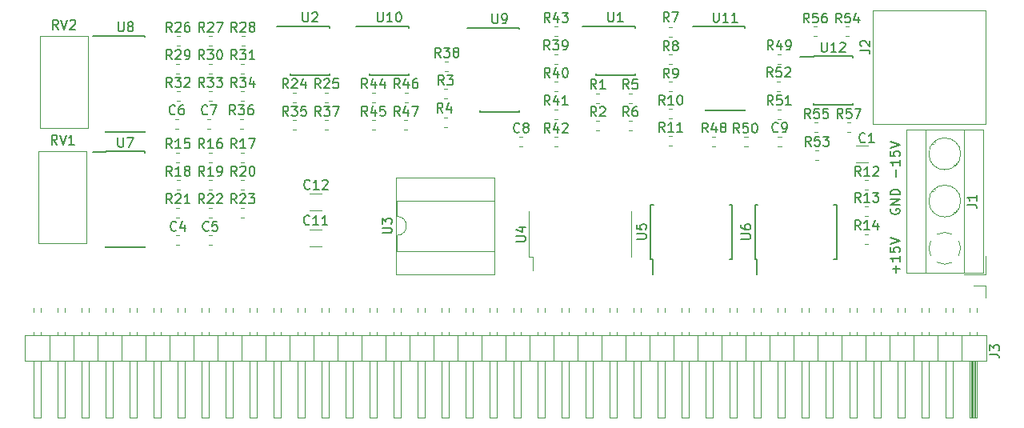
<source format=gbr>
G04 #@! TF.GenerationSoftware,KiCad,Pcbnew,(5.1.0-0)*
G04 #@! TF.CreationDate,2020-09-03T22:49:36-07:00*
G04 #@! TF.ProjectId,SoundCard,536f756e-6443-4617-9264-2e6b69636164,rev?*
G04 #@! TF.SameCoordinates,Original*
G04 #@! TF.FileFunction,Legend,Top*
G04 #@! TF.FilePolarity,Positive*
%FSLAX46Y46*%
G04 Gerber Fmt 4.6, Leading zero omitted, Abs format (unit mm)*
G04 Created by KiCad (PCBNEW (5.1.0-0)) date 2020-09-03 22:49:36*
%MOMM*%
%LPD*%
G04 APERTURE LIST*
%ADD10C,0.150000*%
%ADD11C,0.120000*%
G04 APERTURE END LIST*
D10*
X155646428Y-120506904D02*
X155646428Y-119745000D01*
X156027380Y-118745000D02*
X156027380Y-119316428D01*
X156027380Y-119030714D02*
X155027380Y-119030714D01*
X155170238Y-119125952D01*
X155265476Y-119221190D01*
X155313095Y-119316428D01*
X155027380Y-117840238D02*
X155027380Y-118316428D01*
X155503571Y-118364047D01*
X155455952Y-118316428D01*
X155408333Y-118221190D01*
X155408333Y-117983095D01*
X155455952Y-117887857D01*
X155503571Y-117840238D01*
X155598809Y-117792619D01*
X155836904Y-117792619D01*
X155932142Y-117840238D01*
X155979761Y-117887857D01*
X156027380Y-117983095D01*
X156027380Y-118221190D01*
X155979761Y-118316428D01*
X155932142Y-118364047D01*
X155027380Y-117506904D02*
X156027380Y-117173571D01*
X155027380Y-116840238D01*
X155646428Y-130666904D02*
X155646428Y-129905000D01*
X156027380Y-130285952D02*
X155265476Y-130285952D01*
X156027380Y-128905000D02*
X156027380Y-129476428D01*
X156027380Y-129190714D02*
X155027380Y-129190714D01*
X155170238Y-129285952D01*
X155265476Y-129381190D01*
X155313095Y-129476428D01*
X155027380Y-128000238D02*
X155027380Y-128476428D01*
X155503571Y-128524047D01*
X155455952Y-128476428D01*
X155408333Y-128381190D01*
X155408333Y-128143095D01*
X155455952Y-128047857D01*
X155503571Y-128000238D01*
X155598809Y-127952619D01*
X155836904Y-127952619D01*
X155932142Y-128000238D01*
X155979761Y-128047857D01*
X156027380Y-128143095D01*
X156027380Y-128381190D01*
X155979761Y-128476428D01*
X155932142Y-128524047D01*
X155027380Y-127666904D02*
X156027380Y-127333571D01*
X155027380Y-127000238D01*
X155075000Y-123951904D02*
X155027380Y-124047142D01*
X155027380Y-124190000D01*
X155075000Y-124332857D01*
X155170238Y-124428095D01*
X155265476Y-124475714D01*
X155455952Y-124523333D01*
X155598809Y-124523333D01*
X155789285Y-124475714D01*
X155884523Y-124428095D01*
X155979761Y-124332857D01*
X156027380Y-124190000D01*
X156027380Y-124094761D01*
X155979761Y-123951904D01*
X155932142Y-123904285D01*
X155598809Y-123904285D01*
X155598809Y-124094761D01*
X156027380Y-123475714D02*
X155027380Y-123475714D01*
X156027380Y-122904285D01*
X155027380Y-122904285D01*
X156027380Y-122428095D02*
X155027380Y-122428095D01*
X155027380Y-122190000D01*
X155075000Y-122047142D01*
X155170238Y-121951904D01*
X155265476Y-121904285D01*
X155455952Y-121856666D01*
X155598809Y-121856666D01*
X155789285Y-121904285D01*
X155884523Y-121951904D01*
X155979761Y-122047142D01*
X156027380Y-122190000D01*
X156027380Y-122428095D01*
X140934000Y-129240000D02*
X140934000Y-130840000D01*
X149359000Y-129240000D02*
X149359000Y-123490000D01*
X140709000Y-129240000D02*
X140709000Y-123490000D01*
X149359000Y-129240000D02*
X149059000Y-129240000D01*
X149359000Y-123490000D02*
X149059000Y-123490000D01*
X140709000Y-123490000D02*
X141009000Y-123490000D01*
X140709000Y-129240000D02*
X140934000Y-129240000D01*
X129885000Y-129240000D02*
X129885000Y-130840000D01*
X138310000Y-129240000D02*
X138310000Y-123490000D01*
X129660000Y-129240000D02*
X129660000Y-123490000D01*
X138310000Y-129240000D02*
X138010000Y-129240000D01*
X138310000Y-123490000D02*
X138010000Y-123490000D01*
X129660000Y-123490000D02*
X129960000Y-123490000D01*
X129660000Y-129240000D02*
X129885000Y-129240000D01*
D11*
X94799564Y-122280000D02*
X93595436Y-122280000D01*
X94799564Y-124100000D02*
X93595436Y-124100000D01*
X93595436Y-127910000D02*
X94799564Y-127910000D01*
X93595436Y-126090000D02*
X94799564Y-126090000D01*
X151416936Y-119020000D02*
X152621064Y-119020000D01*
X151416936Y-117200000D02*
X152621064Y-117200000D01*
X65029000Y-105605000D02*
X65029000Y-115375000D01*
X70099000Y-105605000D02*
X70099000Y-115375000D01*
X65029000Y-115375000D02*
X70099000Y-115375000D01*
X65029000Y-105605000D02*
X70099000Y-105605000D01*
X150450733Y-115826000D02*
X150793267Y-115826000D01*
X150450733Y-114806000D02*
X150793267Y-114806000D01*
X147237267Y-104646000D02*
X146894733Y-104646000D01*
X147237267Y-105666000D02*
X146894733Y-105666000D01*
X147021733Y-115826000D02*
X147364267Y-115826000D01*
X147021733Y-114806000D02*
X147364267Y-114806000D01*
X150652267Y-104646000D02*
X150309733Y-104646000D01*
X150652267Y-105666000D02*
X150309733Y-105666000D01*
X147097933Y-118772400D02*
X147440467Y-118772400D01*
X147097933Y-117752400D02*
X147440467Y-117752400D01*
X143033933Y-111457200D02*
X143376467Y-111457200D01*
X143033933Y-110437200D02*
X143376467Y-110437200D01*
X143084733Y-114429000D02*
X143427267Y-114429000D01*
X143084733Y-113409000D02*
X143427267Y-113409000D01*
X139922067Y-117299200D02*
X139579533Y-117299200D01*
X139922067Y-116279200D02*
X139579533Y-116279200D01*
X143084733Y-108587000D02*
X143427267Y-108587000D01*
X143084733Y-107567000D02*
X143427267Y-107567000D01*
X136467667Y-116279200D02*
X136125133Y-116279200D01*
X136467667Y-117299200D02*
X136125133Y-117299200D01*
X103573733Y-115572000D02*
X103916267Y-115572000D01*
X103573733Y-114552000D02*
X103916267Y-114552000D01*
X103601733Y-112651000D02*
X103944267Y-112651000D01*
X103601733Y-111631000D02*
X103944267Y-111631000D01*
X100144733Y-115572000D02*
X100487267Y-115572000D01*
X100144733Y-114552000D02*
X100487267Y-114552000D01*
X100144733Y-112651000D02*
X100487267Y-112651000D01*
X100144733Y-111631000D02*
X100487267Y-111631000D01*
X119462733Y-105666000D02*
X119805267Y-105666000D01*
X119462733Y-104646000D02*
X119805267Y-104646000D01*
X119462733Y-117350000D02*
X119805267Y-117350000D01*
X119462733Y-116330000D02*
X119805267Y-116330000D01*
X119462733Y-114429000D02*
X119805267Y-114429000D01*
X119462733Y-113409000D02*
X119805267Y-113409000D01*
X119462733Y-111508000D02*
X119805267Y-111508000D01*
X119462733Y-110488000D02*
X119805267Y-110488000D01*
X119448733Y-108587000D02*
X119791267Y-108587000D01*
X119448733Y-107567000D02*
X119791267Y-107567000D01*
X108248267Y-108329000D02*
X107905733Y-108329000D01*
X108248267Y-109349000D02*
X107905733Y-109349000D01*
X95205733Y-115572000D02*
X95548267Y-115572000D01*
X95205733Y-114552000D02*
X95548267Y-114552000D01*
X86174733Y-115445000D02*
X86517267Y-115445000D01*
X86174733Y-114425000D02*
X86517267Y-114425000D01*
X91776733Y-115572000D02*
X92119267Y-115572000D01*
X91776733Y-114552000D02*
X92119267Y-114552000D01*
X86315733Y-112524000D02*
X86658267Y-112524000D01*
X86315733Y-111504000D02*
X86658267Y-111504000D01*
X82886733Y-112524000D02*
X83229267Y-112524000D01*
X82886733Y-111504000D02*
X83229267Y-111504000D01*
X79471733Y-112524000D02*
X79814267Y-112524000D01*
X79471733Y-111504000D02*
X79814267Y-111504000D01*
X86315733Y-109603000D02*
X86658267Y-109603000D01*
X86315733Y-108583000D02*
X86658267Y-108583000D01*
X82886733Y-109603000D02*
X83229267Y-109603000D01*
X82886733Y-108583000D02*
X83229267Y-108583000D01*
X79457733Y-109603000D02*
X79800267Y-109603000D01*
X79457733Y-108583000D02*
X79800267Y-108583000D01*
X86329733Y-106682000D02*
X86672267Y-106682000D01*
X86329733Y-105662000D02*
X86672267Y-105662000D01*
X82900733Y-106682000D02*
X83243267Y-106682000D01*
X82900733Y-105662000D02*
X83243267Y-105662000D01*
X79471733Y-106682000D02*
X79814267Y-106682000D01*
X79471733Y-105662000D02*
X79814267Y-105662000D01*
X95191733Y-112651000D02*
X95534267Y-112651000D01*
X95191733Y-111631000D02*
X95534267Y-111631000D01*
X91776733Y-112651000D02*
X92119267Y-112651000D01*
X91776733Y-111631000D02*
X92119267Y-111631000D01*
X86301733Y-124843000D02*
X86644267Y-124843000D01*
X86301733Y-123823000D02*
X86644267Y-123823000D01*
X82886733Y-124843000D02*
X83229267Y-124843000D01*
X82886733Y-123823000D02*
X83229267Y-123823000D01*
X79457733Y-124843000D02*
X79800267Y-124843000D01*
X79457733Y-123823000D02*
X79800267Y-123823000D01*
X86315733Y-121922000D02*
X86658267Y-121922000D01*
X86315733Y-120902000D02*
X86658267Y-120902000D01*
X82886733Y-121922000D02*
X83229267Y-121922000D01*
X82886733Y-120902000D02*
X83229267Y-120902000D01*
X79471733Y-121922000D02*
X79814267Y-121922000D01*
X79471733Y-120902000D02*
X79814267Y-120902000D01*
X86301733Y-119001000D02*
X86644267Y-119001000D01*
X86301733Y-117981000D02*
X86644267Y-117981000D01*
X82886733Y-119001000D02*
X83229267Y-119001000D01*
X82886733Y-117981000D02*
X83229267Y-117981000D01*
X79457733Y-119001000D02*
X79800267Y-119001000D01*
X79457733Y-117981000D02*
X79800267Y-117981000D01*
X152341733Y-127637000D02*
X152684267Y-127637000D01*
X152341733Y-126617000D02*
X152684267Y-126617000D01*
X152355733Y-124702000D02*
X152698267Y-124702000D01*
X152355733Y-123682000D02*
X152698267Y-123682000D01*
X152698267Y-120902000D02*
X152355733Y-120902000D01*
X152698267Y-121922000D02*
X152355733Y-121922000D01*
X131603933Y-116228400D02*
X131946467Y-116228400D01*
X131603933Y-117248400D02*
X131946467Y-117248400D01*
X131946467Y-114340100D02*
X131603933Y-114340100D01*
X131946467Y-113320100D02*
X131603933Y-113320100D01*
X131946467Y-111482600D02*
X131603933Y-111482600D01*
X131946467Y-110462600D02*
X131603933Y-110462600D01*
X131946467Y-108625100D02*
X131603933Y-108625100D01*
X131946467Y-107605100D02*
X131603933Y-107605100D01*
X131946467Y-105767600D02*
X131603933Y-105767600D01*
X131946467Y-104747600D02*
X131603933Y-104747600D01*
X127336733Y-115622800D02*
X127679267Y-115622800D01*
X127336733Y-114602800D02*
X127679267Y-114602800D01*
X127336733Y-112727200D02*
X127679267Y-112727200D01*
X127336733Y-111707200D02*
X127679267Y-111707200D01*
X108121267Y-114298000D02*
X107778733Y-114298000D01*
X108121267Y-115318000D02*
X107778733Y-115318000D01*
X108121267Y-111250000D02*
X107778733Y-111250000D01*
X108121267Y-112270000D02*
X107778733Y-112270000D01*
X123893733Y-115622800D02*
X124236267Y-115622800D01*
X123893733Y-114602800D02*
X124236267Y-114602800D01*
X123893733Y-112727200D02*
X124236267Y-112727200D01*
X123893733Y-111707200D02*
X124236267Y-111707200D01*
X143135533Y-117299200D02*
X143478067Y-117299200D01*
X143135533Y-116279200D02*
X143478067Y-116279200D01*
X115779733Y-117350000D02*
X116122267Y-117350000D01*
X115779733Y-116330000D02*
X116122267Y-116330000D01*
X82759733Y-115445000D02*
X83102267Y-115445000D01*
X82759733Y-114425000D02*
X83102267Y-114425000D01*
X79330733Y-115445000D02*
X79673267Y-115445000D01*
X79330733Y-114425000D02*
X79673267Y-114425000D01*
X82872733Y-127764000D02*
X83215267Y-127764000D01*
X82872733Y-126744000D02*
X83215267Y-126744000D01*
X79457733Y-127764000D02*
X79800267Y-127764000D01*
X79457733Y-126744000D02*
X79800267Y-126744000D01*
D10*
X146896000Y-107838000D02*
X145496000Y-107838000D01*
X146896000Y-112938000D02*
X151046000Y-112938000D01*
X146896000Y-107788000D02*
X151046000Y-107788000D01*
X146896000Y-112938000D02*
X146896000Y-112793000D01*
X151046000Y-112938000D02*
X151046000Y-112793000D01*
X151046000Y-107788000D02*
X151046000Y-107933000D01*
X146896000Y-107788000D02*
X146896000Y-107838000D01*
X135466000Y-104668000D02*
X134091000Y-104668000D01*
X135466000Y-113543000D02*
X139616000Y-113543000D01*
X135466000Y-104643000D02*
X139616000Y-104643000D01*
X135466000Y-113543000D02*
X135466000Y-113428000D01*
X139616000Y-113543000D02*
X139616000Y-113428000D01*
X139616000Y-104643000D02*
X139616000Y-104758000D01*
X135466000Y-104643000D02*
X135466000Y-104668000D01*
X99906000Y-104663000D02*
X98506000Y-104663000D01*
X99906000Y-109763000D02*
X104056000Y-109763000D01*
X99906000Y-104613000D02*
X104056000Y-104613000D01*
X99906000Y-109763000D02*
X99906000Y-109618000D01*
X104056000Y-109763000D02*
X104056000Y-109618000D01*
X104056000Y-104613000D02*
X104056000Y-104758000D01*
X99906000Y-104613000D02*
X99906000Y-104663000D01*
X111590000Y-104795000D02*
X110215000Y-104795000D01*
X111590000Y-113670000D02*
X115740000Y-113670000D01*
X111590000Y-104770000D02*
X115740000Y-104770000D01*
X111590000Y-113670000D02*
X111590000Y-113555000D01*
X115740000Y-113670000D02*
X115740000Y-113555000D01*
X115740000Y-104770000D02*
X115740000Y-104885000D01*
X111590000Y-104770000D02*
X111590000Y-104795000D01*
X72005759Y-105657000D02*
X70630759Y-105657000D01*
X72005759Y-115782000D02*
X76155759Y-115782000D01*
X72005759Y-105632000D02*
X76155759Y-105632000D01*
X72005759Y-115782000D02*
X72005759Y-115677000D01*
X76155759Y-115782000D02*
X76155759Y-115677000D01*
X76155759Y-105632000D02*
X76155759Y-105737000D01*
X72005759Y-105632000D02*
X72005759Y-105657000D01*
X71966000Y-117886000D02*
X70591000Y-117886000D01*
X71966000Y-128011000D02*
X76116000Y-128011000D01*
X71966000Y-117861000D02*
X76116000Y-117861000D01*
X71966000Y-128011000D02*
X71966000Y-127906000D01*
X76116000Y-128011000D02*
X76116000Y-127906000D01*
X76116000Y-117861000D02*
X76116000Y-117966000D01*
X71966000Y-117861000D02*
X71966000Y-117886000D01*
D11*
X127574000Y-129019000D02*
X127574000Y-124219000D01*
X116774000Y-129019000D02*
X116774000Y-124219000D01*
X117174000Y-129019000D02*
X117174000Y-130419000D01*
X116774000Y-129019000D02*
X117174000Y-129019000D01*
X102750000Y-120590000D02*
X102750000Y-130870000D01*
X113150000Y-120590000D02*
X102750000Y-120590000D01*
X113150000Y-130870000D02*
X113150000Y-120590000D01*
X102750000Y-130870000D02*
X113150000Y-130870000D01*
X102810000Y-123080000D02*
X102810000Y-124730000D01*
X113090000Y-123080000D02*
X102810000Y-123080000D01*
X113090000Y-128380000D02*
X113090000Y-123080000D01*
X102810000Y-128380000D02*
X113090000Y-128380000D01*
X102810000Y-126730000D02*
X102810000Y-128380000D01*
X102810000Y-124730000D02*
G75*
G02X102810000Y-126730000I0J-1000000D01*
G01*
D10*
X91524000Y-104663000D02*
X90124000Y-104663000D01*
X91524000Y-109763000D02*
X95674000Y-109763000D01*
X91524000Y-104613000D02*
X95674000Y-104613000D01*
X91524000Y-109763000D02*
X91524000Y-109618000D01*
X95674000Y-109763000D02*
X95674000Y-109618000D01*
X95674000Y-104613000D02*
X95674000Y-104758000D01*
X91524000Y-104613000D02*
X91524000Y-104663000D01*
X123858200Y-104663000D02*
X122458200Y-104663000D01*
X123858200Y-109763000D02*
X128008200Y-109763000D01*
X123858200Y-104613000D02*
X128008200Y-104613000D01*
X123858200Y-109763000D02*
X123858200Y-109618000D01*
X128008200Y-109763000D02*
X128008200Y-109618000D01*
X128008200Y-104613000D02*
X128008200Y-104758000D01*
X123858200Y-104613000D02*
X123858200Y-104663000D01*
D11*
X64902000Y-117797000D02*
X64902000Y-127567000D01*
X69972000Y-117797000D02*
X69972000Y-127567000D01*
X64902000Y-127567000D02*
X69972000Y-127567000D01*
X64902000Y-117797000D02*
X69972000Y-117797000D01*
X153131000Y-102966000D02*
X165131000Y-102966000D01*
X165131000Y-114966000D02*
X153131000Y-114966000D01*
X153131000Y-102966000D02*
X153131000Y-114966000D01*
X165131000Y-102966000D02*
X165131000Y-114966000D01*
X165082000Y-130910000D02*
X165082000Y-128910000D01*
X162842000Y-130910000D02*
X165082000Y-130910000D01*
X161758000Y-119290000D02*
X161851000Y-119384000D01*
X159507000Y-117040000D02*
X159566000Y-117099000D01*
X161998000Y-119120000D02*
X162056000Y-119179000D01*
X159713000Y-116835000D02*
X159806000Y-116929000D01*
X161758000Y-124290000D02*
X161851000Y-124384000D01*
X159507000Y-122040000D02*
X159566000Y-122099000D01*
X161998000Y-124120000D02*
X162056000Y-124179000D01*
X159713000Y-121835000D02*
X159806000Y-121929000D01*
X156722000Y-115550000D02*
X164842000Y-115550000D01*
X156722000Y-130670000D02*
X164842000Y-130670000D01*
X164842000Y-130670000D02*
X164842000Y-115550000D01*
X156722000Y-130670000D02*
X156722000Y-115550000D01*
X158782000Y-130670000D02*
X158782000Y-115550000D01*
X162782000Y-130670000D02*
X162782000Y-115550000D01*
X162462000Y-118110000D02*
G75*
G03X162462000Y-118110000I-1680000J0D01*
G01*
X162462000Y-123110000D02*
G75*
G03X162462000Y-123110000I-1680000J0D01*
G01*
X162462450Y-128080617D02*
G75*
G02X162266000Y-128899000I-1680450J-29383D01*
G01*
X161571088Y-129593953D02*
G75*
G02X159993000Y-129594000I-789088J1483953D01*
G01*
X159298047Y-128899088D02*
G75*
G02X159298000Y-127321000I1483953J789088D01*
G01*
X159992912Y-126626047D02*
G75*
G02X161571000Y-126626000I789088J-1483953D01*
G01*
X162265352Y-127321288D02*
G75*
G02X162462000Y-128110000I-1483352J-788712D01*
G01*
X165100000Y-132080000D02*
X165100000Y-133350000D01*
X163830000Y-132080000D02*
X165100000Y-132080000D01*
X64390000Y-134392929D02*
X64390000Y-134847071D01*
X65150000Y-134392929D02*
X65150000Y-134847071D01*
X64390000Y-136932929D02*
X64390000Y-137330000D01*
X65150000Y-136932929D02*
X65150000Y-137330000D01*
X64390000Y-145990000D02*
X64390000Y-139990000D01*
X65150000Y-145990000D02*
X64390000Y-145990000D01*
X65150000Y-139990000D02*
X65150000Y-145990000D01*
X66040000Y-137330000D02*
X66040000Y-139990000D01*
X66930000Y-134392929D02*
X66930000Y-134847071D01*
X67690000Y-134392929D02*
X67690000Y-134847071D01*
X66930000Y-136932929D02*
X66930000Y-137330000D01*
X67690000Y-136932929D02*
X67690000Y-137330000D01*
X66930000Y-145990000D02*
X66930000Y-139990000D01*
X67690000Y-145990000D02*
X66930000Y-145990000D01*
X67690000Y-139990000D02*
X67690000Y-145990000D01*
X68580000Y-137330000D02*
X68580000Y-139990000D01*
X69470000Y-134392929D02*
X69470000Y-134847071D01*
X70230000Y-134392929D02*
X70230000Y-134847071D01*
X69470000Y-136932929D02*
X69470000Y-137330000D01*
X70230000Y-136932929D02*
X70230000Y-137330000D01*
X69470000Y-145990000D02*
X69470000Y-139990000D01*
X70230000Y-145990000D02*
X69470000Y-145990000D01*
X70230000Y-139990000D02*
X70230000Y-145990000D01*
X71120000Y-137330000D02*
X71120000Y-139990000D01*
X72010000Y-134392929D02*
X72010000Y-134847071D01*
X72770000Y-134392929D02*
X72770000Y-134847071D01*
X72010000Y-136932929D02*
X72010000Y-137330000D01*
X72770000Y-136932929D02*
X72770000Y-137330000D01*
X72010000Y-145990000D02*
X72010000Y-139990000D01*
X72770000Y-145990000D02*
X72010000Y-145990000D01*
X72770000Y-139990000D02*
X72770000Y-145990000D01*
X73660000Y-137330000D02*
X73660000Y-139990000D01*
X74550000Y-134392929D02*
X74550000Y-134847071D01*
X75310000Y-134392929D02*
X75310000Y-134847071D01*
X74550000Y-136932929D02*
X74550000Y-137330000D01*
X75310000Y-136932929D02*
X75310000Y-137330000D01*
X74550000Y-145990000D02*
X74550000Y-139990000D01*
X75310000Y-145990000D02*
X74550000Y-145990000D01*
X75310000Y-139990000D02*
X75310000Y-145990000D01*
X76200000Y-137330000D02*
X76200000Y-139990000D01*
X77090000Y-134392929D02*
X77090000Y-134847071D01*
X77850000Y-134392929D02*
X77850000Y-134847071D01*
X77090000Y-136932929D02*
X77090000Y-137330000D01*
X77850000Y-136932929D02*
X77850000Y-137330000D01*
X77090000Y-145990000D02*
X77090000Y-139990000D01*
X77850000Y-145990000D02*
X77090000Y-145990000D01*
X77850000Y-139990000D02*
X77850000Y-145990000D01*
X78740000Y-137330000D02*
X78740000Y-139990000D01*
X79630000Y-134392929D02*
X79630000Y-134847071D01*
X80390000Y-134392929D02*
X80390000Y-134847071D01*
X79630000Y-136932929D02*
X79630000Y-137330000D01*
X80390000Y-136932929D02*
X80390000Y-137330000D01*
X79630000Y-145990000D02*
X79630000Y-139990000D01*
X80390000Y-145990000D02*
X79630000Y-145990000D01*
X80390000Y-139990000D02*
X80390000Y-145990000D01*
X81280000Y-137330000D02*
X81280000Y-139990000D01*
X82170000Y-134392929D02*
X82170000Y-134847071D01*
X82930000Y-134392929D02*
X82930000Y-134847071D01*
X82170000Y-136932929D02*
X82170000Y-137330000D01*
X82930000Y-136932929D02*
X82930000Y-137330000D01*
X82170000Y-145990000D02*
X82170000Y-139990000D01*
X82930000Y-145990000D02*
X82170000Y-145990000D01*
X82930000Y-139990000D02*
X82930000Y-145990000D01*
X83820000Y-137330000D02*
X83820000Y-139990000D01*
X84710000Y-134392929D02*
X84710000Y-134847071D01*
X85470000Y-134392929D02*
X85470000Y-134847071D01*
X84710000Y-136932929D02*
X84710000Y-137330000D01*
X85470000Y-136932929D02*
X85470000Y-137330000D01*
X84710000Y-145990000D02*
X84710000Y-139990000D01*
X85470000Y-145990000D02*
X84710000Y-145990000D01*
X85470000Y-139990000D02*
X85470000Y-145990000D01*
X86360000Y-137330000D02*
X86360000Y-139990000D01*
X87250000Y-134392929D02*
X87250000Y-134847071D01*
X88010000Y-134392929D02*
X88010000Y-134847071D01*
X87250000Y-136932929D02*
X87250000Y-137330000D01*
X88010000Y-136932929D02*
X88010000Y-137330000D01*
X87250000Y-145990000D02*
X87250000Y-139990000D01*
X88010000Y-145990000D02*
X87250000Y-145990000D01*
X88010000Y-139990000D02*
X88010000Y-145990000D01*
X88900000Y-137330000D02*
X88900000Y-139990000D01*
X89790000Y-134392929D02*
X89790000Y-134847071D01*
X90550000Y-134392929D02*
X90550000Y-134847071D01*
X89790000Y-136932929D02*
X89790000Y-137330000D01*
X90550000Y-136932929D02*
X90550000Y-137330000D01*
X89790000Y-145990000D02*
X89790000Y-139990000D01*
X90550000Y-145990000D02*
X89790000Y-145990000D01*
X90550000Y-139990000D02*
X90550000Y-145990000D01*
X91440000Y-137330000D02*
X91440000Y-139990000D01*
X92330000Y-134392929D02*
X92330000Y-134847071D01*
X93090000Y-134392929D02*
X93090000Y-134847071D01*
X92330000Y-136932929D02*
X92330000Y-137330000D01*
X93090000Y-136932929D02*
X93090000Y-137330000D01*
X92330000Y-145990000D02*
X92330000Y-139990000D01*
X93090000Y-145990000D02*
X92330000Y-145990000D01*
X93090000Y-139990000D02*
X93090000Y-145990000D01*
X93980000Y-137330000D02*
X93980000Y-139990000D01*
X94870000Y-134392929D02*
X94870000Y-134847071D01*
X95630000Y-134392929D02*
X95630000Y-134847071D01*
X94870000Y-136932929D02*
X94870000Y-137330000D01*
X95630000Y-136932929D02*
X95630000Y-137330000D01*
X94870000Y-145990000D02*
X94870000Y-139990000D01*
X95630000Y-145990000D02*
X94870000Y-145990000D01*
X95630000Y-139990000D02*
X95630000Y-145990000D01*
X96520000Y-137330000D02*
X96520000Y-139990000D01*
X97410000Y-134392929D02*
X97410000Y-134847071D01*
X98170000Y-134392929D02*
X98170000Y-134847071D01*
X97410000Y-136932929D02*
X97410000Y-137330000D01*
X98170000Y-136932929D02*
X98170000Y-137330000D01*
X97410000Y-145990000D02*
X97410000Y-139990000D01*
X98170000Y-145990000D02*
X97410000Y-145990000D01*
X98170000Y-139990000D02*
X98170000Y-145990000D01*
X99060000Y-137330000D02*
X99060000Y-139990000D01*
X99950000Y-134392929D02*
X99950000Y-134847071D01*
X100710000Y-134392929D02*
X100710000Y-134847071D01*
X99950000Y-136932929D02*
X99950000Y-137330000D01*
X100710000Y-136932929D02*
X100710000Y-137330000D01*
X99950000Y-145990000D02*
X99950000Y-139990000D01*
X100710000Y-145990000D02*
X99950000Y-145990000D01*
X100710000Y-139990000D02*
X100710000Y-145990000D01*
X101600000Y-137330000D02*
X101600000Y-139990000D01*
X102490000Y-134392929D02*
X102490000Y-134847071D01*
X103250000Y-134392929D02*
X103250000Y-134847071D01*
X102490000Y-136932929D02*
X102490000Y-137330000D01*
X103250000Y-136932929D02*
X103250000Y-137330000D01*
X102490000Y-145990000D02*
X102490000Y-139990000D01*
X103250000Y-145990000D02*
X102490000Y-145990000D01*
X103250000Y-139990000D02*
X103250000Y-145990000D01*
X104140000Y-137330000D02*
X104140000Y-139990000D01*
X105030000Y-134392929D02*
X105030000Y-134847071D01*
X105790000Y-134392929D02*
X105790000Y-134847071D01*
X105030000Y-136932929D02*
X105030000Y-137330000D01*
X105790000Y-136932929D02*
X105790000Y-137330000D01*
X105030000Y-145990000D02*
X105030000Y-139990000D01*
X105790000Y-145990000D02*
X105030000Y-145990000D01*
X105790000Y-139990000D02*
X105790000Y-145990000D01*
X106680000Y-137330000D02*
X106680000Y-139990000D01*
X107570000Y-134392929D02*
X107570000Y-134847071D01*
X108330000Y-134392929D02*
X108330000Y-134847071D01*
X107570000Y-136932929D02*
X107570000Y-137330000D01*
X108330000Y-136932929D02*
X108330000Y-137330000D01*
X107570000Y-145990000D02*
X107570000Y-139990000D01*
X108330000Y-145990000D02*
X107570000Y-145990000D01*
X108330000Y-139990000D02*
X108330000Y-145990000D01*
X109220000Y-137330000D02*
X109220000Y-139990000D01*
X110110000Y-134392929D02*
X110110000Y-134847071D01*
X110870000Y-134392929D02*
X110870000Y-134847071D01*
X110110000Y-136932929D02*
X110110000Y-137330000D01*
X110870000Y-136932929D02*
X110870000Y-137330000D01*
X110110000Y-145990000D02*
X110110000Y-139990000D01*
X110870000Y-145990000D02*
X110110000Y-145990000D01*
X110870000Y-139990000D02*
X110870000Y-145990000D01*
X111760000Y-137330000D02*
X111760000Y-139990000D01*
X112650000Y-134392929D02*
X112650000Y-134847071D01*
X113410000Y-134392929D02*
X113410000Y-134847071D01*
X112650000Y-136932929D02*
X112650000Y-137330000D01*
X113410000Y-136932929D02*
X113410000Y-137330000D01*
X112650000Y-145990000D02*
X112650000Y-139990000D01*
X113410000Y-145990000D02*
X112650000Y-145990000D01*
X113410000Y-139990000D02*
X113410000Y-145990000D01*
X114300000Y-137330000D02*
X114300000Y-139990000D01*
X115190000Y-134392929D02*
X115190000Y-134847071D01*
X115950000Y-134392929D02*
X115950000Y-134847071D01*
X115190000Y-136932929D02*
X115190000Y-137330000D01*
X115950000Y-136932929D02*
X115950000Y-137330000D01*
X115190000Y-145990000D02*
X115190000Y-139990000D01*
X115950000Y-145990000D02*
X115190000Y-145990000D01*
X115950000Y-139990000D02*
X115950000Y-145990000D01*
X116840000Y-137330000D02*
X116840000Y-139990000D01*
X117730000Y-134392929D02*
X117730000Y-134847071D01*
X118490000Y-134392929D02*
X118490000Y-134847071D01*
X117730000Y-136932929D02*
X117730000Y-137330000D01*
X118490000Y-136932929D02*
X118490000Y-137330000D01*
X117730000Y-145990000D02*
X117730000Y-139990000D01*
X118490000Y-145990000D02*
X117730000Y-145990000D01*
X118490000Y-139990000D02*
X118490000Y-145990000D01*
X119380000Y-137330000D02*
X119380000Y-139990000D01*
X120270000Y-134392929D02*
X120270000Y-134847071D01*
X121030000Y-134392929D02*
X121030000Y-134847071D01*
X120270000Y-136932929D02*
X120270000Y-137330000D01*
X121030000Y-136932929D02*
X121030000Y-137330000D01*
X120270000Y-145990000D02*
X120270000Y-139990000D01*
X121030000Y-145990000D02*
X120270000Y-145990000D01*
X121030000Y-139990000D02*
X121030000Y-145990000D01*
X121920000Y-137330000D02*
X121920000Y-139990000D01*
X122810000Y-134392929D02*
X122810000Y-134847071D01*
X123570000Y-134392929D02*
X123570000Y-134847071D01*
X122810000Y-136932929D02*
X122810000Y-137330000D01*
X123570000Y-136932929D02*
X123570000Y-137330000D01*
X122810000Y-145990000D02*
X122810000Y-139990000D01*
X123570000Y-145990000D02*
X122810000Y-145990000D01*
X123570000Y-139990000D02*
X123570000Y-145990000D01*
X124460000Y-137330000D02*
X124460000Y-139990000D01*
X125350000Y-134392929D02*
X125350000Y-134847071D01*
X126110000Y-134392929D02*
X126110000Y-134847071D01*
X125350000Y-136932929D02*
X125350000Y-137330000D01*
X126110000Y-136932929D02*
X126110000Y-137330000D01*
X125350000Y-145990000D02*
X125350000Y-139990000D01*
X126110000Y-145990000D02*
X125350000Y-145990000D01*
X126110000Y-139990000D02*
X126110000Y-145990000D01*
X127000000Y-137330000D02*
X127000000Y-139990000D01*
X127890000Y-134392929D02*
X127890000Y-134847071D01*
X128650000Y-134392929D02*
X128650000Y-134847071D01*
X127890000Y-136932929D02*
X127890000Y-137330000D01*
X128650000Y-136932929D02*
X128650000Y-137330000D01*
X127890000Y-145990000D02*
X127890000Y-139990000D01*
X128650000Y-145990000D02*
X127890000Y-145990000D01*
X128650000Y-139990000D02*
X128650000Y-145990000D01*
X129540000Y-137330000D02*
X129540000Y-139990000D01*
X130430000Y-134392929D02*
X130430000Y-134847071D01*
X131190000Y-134392929D02*
X131190000Y-134847071D01*
X130430000Y-136932929D02*
X130430000Y-137330000D01*
X131190000Y-136932929D02*
X131190000Y-137330000D01*
X130430000Y-145990000D02*
X130430000Y-139990000D01*
X131190000Y-145990000D02*
X130430000Y-145990000D01*
X131190000Y-139990000D02*
X131190000Y-145990000D01*
X132080000Y-137330000D02*
X132080000Y-139990000D01*
X132970000Y-134392929D02*
X132970000Y-134847071D01*
X133730000Y-134392929D02*
X133730000Y-134847071D01*
X132970000Y-136932929D02*
X132970000Y-137330000D01*
X133730000Y-136932929D02*
X133730000Y-137330000D01*
X132970000Y-145990000D02*
X132970000Y-139990000D01*
X133730000Y-145990000D02*
X132970000Y-145990000D01*
X133730000Y-139990000D02*
X133730000Y-145990000D01*
X134620000Y-137330000D02*
X134620000Y-139990000D01*
X135510000Y-134392929D02*
X135510000Y-134847071D01*
X136270000Y-134392929D02*
X136270000Y-134847071D01*
X135510000Y-136932929D02*
X135510000Y-137330000D01*
X136270000Y-136932929D02*
X136270000Y-137330000D01*
X135510000Y-145990000D02*
X135510000Y-139990000D01*
X136270000Y-145990000D02*
X135510000Y-145990000D01*
X136270000Y-139990000D02*
X136270000Y-145990000D01*
X137160000Y-137330000D02*
X137160000Y-139990000D01*
X138050000Y-134392929D02*
X138050000Y-134847071D01*
X138810000Y-134392929D02*
X138810000Y-134847071D01*
X138050000Y-136932929D02*
X138050000Y-137330000D01*
X138810000Y-136932929D02*
X138810000Y-137330000D01*
X138050000Y-145990000D02*
X138050000Y-139990000D01*
X138810000Y-145990000D02*
X138050000Y-145990000D01*
X138810000Y-139990000D02*
X138810000Y-145990000D01*
X139700000Y-137330000D02*
X139700000Y-139990000D01*
X140590000Y-134392929D02*
X140590000Y-134847071D01*
X141350000Y-134392929D02*
X141350000Y-134847071D01*
X140590000Y-136932929D02*
X140590000Y-137330000D01*
X141350000Y-136932929D02*
X141350000Y-137330000D01*
X140590000Y-145990000D02*
X140590000Y-139990000D01*
X141350000Y-145990000D02*
X140590000Y-145990000D01*
X141350000Y-139990000D02*
X141350000Y-145990000D01*
X142240000Y-137330000D02*
X142240000Y-139990000D01*
X143130000Y-134392929D02*
X143130000Y-134847071D01*
X143890000Y-134392929D02*
X143890000Y-134847071D01*
X143130000Y-136932929D02*
X143130000Y-137330000D01*
X143890000Y-136932929D02*
X143890000Y-137330000D01*
X143130000Y-145990000D02*
X143130000Y-139990000D01*
X143890000Y-145990000D02*
X143130000Y-145990000D01*
X143890000Y-139990000D02*
X143890000Y-145990000D01*
X144780000Y-137330000D02*
X144780000Y-139990000D01*
X145670000Y-134392929D02*
X145670000Y-134847071D01*
X146430000Y-134392929D02*
X146430000Y-134847071D01*
X145670000Y-136932929D02*
X145670000Y-137330000D01*
X146430000Y-136932929D02*
X146430000Y-137330000D01*
X145670000Y-145990000D02*
X145670000Y-139990000D01*
X146430000Y-145990000D02*
X145670000Y-145990000D01*
X146430000Y-139990000D02*
X146430000Y-145990000D01*
X147320000Y-137330000D02*
X147320000Y-139990000D01*
X148210000Y-134392929D02*
X148210000Y-134847071D01*
X148970000Y-134392929D02*
X148970000Y-134847071D01*
X148210000Y-136932929D02*
X148210000Y-137330000D01*
X148970000Y-136932929D02*
X148970000Y-137330000D01*
X148210000Y-145990000D02*
X148210000Y-139990000D01*
X148970000Y-145990000D02*
X148210000Y-145990000D01*
X148970000Y-139990000D02*
X148970000Y-145990000D01*
X149860000Y-137330000D02*
X149860000Y-139990000D01*
X150750000Y-134392929D02*
X150750000Y-134847071D01*
X151510000Y-134392929D02*
X151510000Y-134847071D01*
X150750000Y-136932929D02*
X150750000Y-137330000D01*
X151510000Y-136932929D02*
X151510000Y-137330000D01*
X150750000Y-145990000D02*
X150750000Y-139990000D01*
X151510000Y-145990000D02*
X150750000Y-145990000D01*
X151510000Y-139990000D02*
X151510000Y-145990000D01*
X152400000Y-137330000D02*
X152400000Y-139990000D01*
X153290000Y-134392929D02*
X153290000Y-134847071D01*
X154050000Y-134392929D02*
X154050000Y-134847071D01*
X153290000Y-136932929D02*
X153290000Y-137330000D01*
X154050000Y-136932929D02*
X154050000Y-137330000D01*
X153290000Y-145990000D02*
X153290000Y-139990000D01*
X154050000Y-145990000D02*
X153290000Y-145990000D01*
X154050000Y-139990000D02*
X154050000Y-145990000D01*
X154940000Y-137330000D02*
X154940000Y-139990000D01*
X155830000Y-134392929D02*
X155830000Y-134847071D01*
X156590000Y-134392929D02*
X156590000Y-134847071D01*
X155830000Y-136932929D02*
X155830000Y-137330000D01*
X156590000Y-136932929D02*
X156590000Y-137330000D01*
X155830000Y-145990000D02*
X155830000Y-139990000D01*
X156590000Y-145990000D02*
X155830000Y-145990000D01*
X156590000Y-139990000D02*
X156590000Y-145990000D01*
X157480000Y-137330000D02*
X157480000Y-139990000D01*
X158370000Y-134392929D02*
X158370000Y-134847071D01*
X159130000Y-134392929D02*
X159130000Y-134847071D01*
X158370000Y-136932929D02*
X158370000Y-137330000D01*
X159130000Y-136932929D02*
X159130000Y-137330000D01*
X158370000Y-145990000D02*
X158370000Y-139990000D01*
X159130000Y-145990000D02*
X158370000Y-145990000D01*
X159130000Y-139990000D02*
X159130000Y-145990000D01*
X160020000Y-137330000D02*
X160020000Y-139990000D01*
X160910000Y-134392929D02*
X160910000Y-134847071D01*
X161670000Y-134392929D02*
X161670000Y-134847071D01*
X160910000Y-136932929D02*
X160910000Y-137330000D01*
X161670000Y-136932929D02*
X161670000Y-137330000D01*
X160910000Y-145990000D02*
X160910000Y-139990000D01*
X161670000Y-145990000D02*
X160910000Y-145990000D01*
X161670000Y-139990000D02*
X161670000Y-145990000D01*
X162560000Y-137330000D02*
X162560000Y-139990000D01*
X163450000Y-134460000D02*
X163450000Y-134847071D01*
X164210000Y-134460000D02*
X164210000Y-134847071D01*
X163450000Y-136932929D02*
X163450000Y-137330000D01*
X164210000Y-136932929D02*
X164210000Y-137330000D01*
X163550000Y-139990000D02*
X163550000Y-145990000D01*
X163670000Y-139990000D02*
X163670000Y-145990000D01*
X163790000Y-139990000D02*
X163790000Y-145990000D01*
X163910000Y-139990000D02*
X163910000Y-145990000D01*
X164030000Y-139990000D02*
X164030000Y-145990000D01*
X164150000Y-139990000D02*
X164150000Y-145990000D01*
X163450000Y-145990000D02*
X163450000Y-139990000D01*
X164210000Y-145990000D02*
X163450000Y-145990000D01*
X164210000Y-139990000D02*
X164210000Y-145990000D01*
X165160000Y-139990000D02*
X165160000Y-137330000D01*
X63440000Y-139990000D02*
X165160000Y-139990000D01*
X63440000Y-137330000D02*
X63440000Y-139990000D01*
X165160000Y-137330000D02*
X63440000Y-137330000D01*
D10*
X139236380Y-127126904D02*
X140045904Y-127126904D01*
X140141142Y-127079285D01*
X140188761Y-127031666D01*
X140236380Y-126936428D01*
X140236380Y-126745952D01*
X140188761Y-126650714D01*
X140141142Y-126603095D01*
X140045904Y-126555476D01*
X139236380Y-126555476D01*
X139236380Y-125650714D02*
X139236380Y-125841190D01*
X139284000Y-125936428D01*
X139331619Y-125984047D01*
X139474476Y-126079285D01*
X139664952Y-126126904D01*
X140045904Y-126126904D01*
X140141142Y-126079285D01*
X140188761Y-126031666D01*
X140236380Y-125936428D01*
X140236380Y-125745952D01*
X140188761Y-125650714D01*
X140141142Y-125603095D01*
X140045904Y-125555476D01*
X139807809Y-125555476D01*
X139712571Y-125603095D01*
X139664952Y-125650714D01*
X139617333Y-125745952D01*
X139617333Y-125936428D01*
X139664952Y-126031666D01*
X139712571Y-126079285D01*
X139807809Y-126126904D01*
X128187380Y-127126904D02*
X128996904Y-127126904D01*
X129092142Y-127079285D01*
X129139761Y-127031666D01*
X129187380Y-126936428D01*
X129187380Y-126745952D01*
X129139761Y-126650714D01*
X129092142Y-126603095D01*
X128996904Y-126555476D01*
X128187380Y-126555476D01*
X128187380Y-125603095D02*
X128187380Y-126079285D01*
X128663571Y-126126904D01*
X128615952Y-126079285D01*
X128568333Y-125984047D01*
X128568333Y-125745952D01*
X128615952Y-125650714D01*
X128663571Y-125603095D01*
X128758809Y-125555476D01*
X128996904Y-125555476D01*
X129092142Y-125603095D01*
X129139761Y-125650714D01*
X129187380Y-125745952D01*
X129187380Y-125984047D01*
X129139761Y-126079285D01*
X129092142Y-126126904D01*
X93591142Y-121769142D02*
X93543523Y-121816761D01*
X93400666Y-121864380D01*
X93305428Y-121864380D01*
X93162571Y-121816761D01*
X93067333Y-121721523D01*
X93019714Y-121626285D01*
X92972095Y-121435809D01*
X92972095Y-121292952D01*
X93019714Y-121102476D01*
X93067333Y-121007238D01*
X93162571Y-120912000D01*
X93305428Y-120864380D01*
X93400666Y-120864380D01*
X93543523Y-120912000D01*
X93591142Y-120959619D01*
X94543523Y-121864380D02*
X93972095Y-121864380D01*
X94257809Y-121864380D02*
X94257809Y-120864380D01*
X94162571Y-121007238D01*
X94067333Y-121102476D01*
X93972095Y-121150095D01*
X94924476Y-120959619D02*
X94972095Y-120912000D01*
X95067333Y-120864380D01*
X95305428Y-120864380D01*
X95400666Y-120912000D01*
X95448285Y-120959619D01*
X95495904Y-121054857D01*
X95495904Y-121150095D01*
X95448285Y-121292952D01*
X94876857Y-121864380D01*
X95495904Y-121864380D01*
X93554642Y-125537142D02*
X93507023Y-125584761D01*
X93364166Y-125632380D01*
X93268928Y-125632380D01*
X93126071Y-125584761D01*
X93030833Y-125489523D01*
X92983214Y-125394285D01*
X92935595Y-125203809D01*
X92935595Y-125060952D01*
X92983214Y-124870476D01*
X93030833Y-124775238D01*
X93126071Y-124680000D01*
X93268928Y-124632380D01*
X93364166Y-124632380D01*
X93507023Y-124680000D01*
X93554642Y-124727619D01*
X94507023Y-125632380D02*
X93935595Y-125632380D01*
X94221309Y-125632380D02*
X94221309Y-124632380D01*
X94126071Y-124775238D01*
X94030833Y-124870476D01*
X93935595Y-124918095D01*
X95459404Y-125632380D02*
X94887976Y-125632380D01*
X95173690Y-125632380D02*
X95173690Y-124632380D01*
X95078452Y-124775238D01*
X94983214Y-124870476D01*
X94887976Y-124918095D01*
X152360333Y-116816142D02*
X152312714Y-116863761D01*
X152169857Y-116911380D01*
X152074619Y-116911380D01*
X151931761Y-116863761D01*
X151836523Y-116768523D01*
X151788904Y-116673285D01*
X151741285Y-116482809D01*
X151741285Y-116339952D01*
X151788904Y-116149476D01*
X151836523Y-116054238D01*
X151931761Y-115959000D01*
X152074619Y-115911380D01*
X152169857Y-115911380D01*
X152312714Y-115959000D01*
X152360333Y-116006619D01*
X153312714Y-116911380D02*
X152741285Y-116911380D01*
X153027000Y-116911380D02*
X153027000Y-115911380D01*
X152931761Y-116054238D01*
X152836523Y-116149476D01*
X152741285Y-116197095D01*
X66968761Y-104927380D02*
X66635428Y-104451190D01*
X66397333Y-104927380D02*
X66397333Y-103927380D01*
X66778285Y-103927380D01*
X66873523Y-103975000D01*
X66921142Y-104022619D01*
X66968761Y-104117857D01*
X66968761Y-104260714D01*
X66921142Y-104355952D01*
X66873523Y-104403571D01*
X66778285Y-104451190D01*
X66397333Y-104451190D01*
X67254476Y-103927380D02*
X67587809Y-104927380D01*
X67921142Y-103927380D01*
X68206857Y-104022619D02*
X68254476Y-103975000D01*
X68349714Y-103927380D01*
X68587809Y-103927380D01*
X68683047Y-103975000D01*
X68730666Y-104022619D01*
X68778285Y-104117857D01*
X68778285Y-104213095D01*
X68730666Y-104355952D01*
X68159238Y-104927380D01*
X68778285Y-104927380D01*
X149979142Y-114338380D02*
X149645809Y-113862190D01*
X149407714Y-114338380D02*
X149407714Y-113338380D01*
X149788666Y-113338380D01*
X149883904Y-113386000D01*
X149931523Y-113433619D01*
X149979142Y-113528857D01*
X149979142Y-113671714D01*
X149931523Y-113766952D01*
X149883904Y-113814571D01*
X149788666Y-113862190D01*
X149407714Y-113862190D01*
X150883904Y-113338380D02*
X150407714Y-113338380D01*
X150360095Y-113814571D01*
X150407714Y-113766952D01*
X150502952Y-113719333D01*
X150741047Y-113719333D01*
X150836285Y-113766952D01*
X150883904Y-113814571D01*
X150931523Y-113909809D01*
X150931523Y-114147904D01*
X150883904Y-114243142D01*
X150836285Y-114290761D01*
X150741047Y-114338380D01*
X150502952Y-114338380D01*
X150407714Y-114290761D01*
X150360095Y-114243142D01*
X151264857Y-113338380D02*
X151931523Y-113338380D01*
X151502952Y-114338380D01*
X146423142Y-104244380D02*
X146089809Y-103768190D01*
X145851714Y-104244380D02*
X145851714Y-103244380D01*
X146232666Y-103244380D01*
X146327904Y-103292000D01*
X146375523Y-103339619D01*
X146423142Y-103434857D01*
X146423142Y-103577714D01*
X146375523Y-103672952D01*
X146327904Y-103720571D01*
X146232666Y-103768190D01*
X145851714Y-103768190D01*
X147327904Y-103244380D02*
X146851714Y-103244380D01*
X146804095Y-103720571D01*
X146851714Y-103672952D01*
X146946952Y-103625333D01*
X147185047Y-103625333D01*
X147280285Y-103672952D01*
X147327904Y-103720571D01*
X147375523Y-103815809D01*
X147375523Y-104053904D01*
X147327904Y-104149142D01*
X147280285Y-104196761D01*
X147185047Y-104244380D01*
X146946952Y-104244380D01*
X146851714Y-104196761D01*
X146804095Y-104149142D01*
X148232666Y-103244380D02*
X148042190Y-103244380D01*
X147946952Y-103292000D01*
X147899333Y-103339619D01*
X147804095Y-103482476D01*
X147756476Y-103672952D01*
X147756476Y-104053904D01*
X147804095Y-104149142D01*
X147851714Y-104196761D01*
X147946952Y-104244380D01*
X148137428Y-104244380D01*
X148232666Y-104196761D01*
X148280285Y-104149142D01*
X148327904Y-104053904D01*
X148327904Y-103815809D01*
X148280285Y-103720571D01*
X148232666Y-103672952D01*
X148137428Y-103625333D01*
X147946952Y-103625333D01*
X147851714Y-103672952D01*
X147804095Y-103720571D01*
X147756476Y-103815809D01*
X146550142Y-114338380D02*
X146216809Y-113862190D01*
X145978714Y-114338380D02*
X145978714Y-113338380D01*
X146359666Y-113338380D01*
X146454904Y-113386000D01*
X146502523Y-113433619D01*
X146550142Y-113528857D01*
X146550142Y-113671714D01*
X146502523Y-113766952D01*
X146454904Y-113814571D01*
X146359666Y-113862190D01*
X145978714Y-113862190D01*
X147454904Y-113338380D02*
X146978714Y-113338380D01*
X146931095Y-113814571D01*
X146978714Y-113766952D01*
X147073952Y-113719333D01*
X147312047Y-113719333D01*
X147407285Y-113766952D01*
X147454904Y-113814571D01*
X147502523Y-113909809D01*
X147502523Y-114147904D01*
X147454904Y-114243142D01*
X147407285Y-114290761D01*
X147312047Y-114338380D01*
X147073952Y-114338380D01*
X146978714Y-114290761D01*
X146931095Y-114243142D01*
X148407285Y-113338380D02*
X147931095Y-113338380D01*
X147883476Y-113814571D01*
X147931095Y-113766952D01*
X148026333Y-113719333D01*
X148264428Y-113719333D01*
X148359666Y-113766952D01*
X148407285Y-113814571D01*
X148454904Y-113909809D01*
X148454904Y-114147904D01*
X148407285Y-114243142D01*
X148359666Y-114290761D01*
X148264428Y-114338380D01*
X148026333Y-114338380D01*
X147931095Y-114290761D01*
X147883476Y-114243142D01*
X149838142Y-104244380D02*
X149504809Y-103768190D01*
X149266714Y-104244380D02*
X149266714Y-103244380D01*
X149647666Y-103244380D01*
X149742904Y-103292000D01*
X149790523Y-103339619D01*
X149838142Y-103434857D01*
X149838142Y-103577714D01*
X149790523Y-103672952D01*
X149742904Y-103720571D01*
X149647666Y-103768190D01*
X149266714Y-103768190D01*
X150742904Y-103244380D02*
X150266714Y-103244380D01*
X150219095Y-103720571D01*
X150266714Y-103672952D01*
X150361952Y-103625333D01*
X150600047Y-103625333D01*
X150695285Y-103672952D01*
X150742904Y-103720571D01*
X150790523Y-103815809D01*
X150790523Y-104053904D01*
X150742904Y-104149142D01*
X150695285Y-104196761D01*
X150600047Y-104244380D01*
X150361952Y-104244380D01*
X150266714Y-104196761D01*
X150219095Y-104149142D01*
X151647666Y-103577714D02*
X151647666Y-104244380D01*
X151409571Y-103196761D02*
X151171476Y-103911047D01*
X151790523Y-103911047D01*
X146626342Y-117284780D02*
X146293009Y-116808590D01*
X146054914Y-117284780D02*
X146054914Y-116284780D01*
X146435866Y-116284780D01*
X146531104Y-116332400D01*
X146578723Y-116380019D01*
X146626342Y-116475257D01*
X146626342Y-116618114D01*
X146578723Y-116713352D01*
X146531104Y-116760971D01*
X146435866Y-116808590D01*
X146054914Y-116808590D01*
X147531104Y-116284780D02*
X147054914Y-116284780D01*
X147007295Y-116760971D01*
X147054914Y-116713352D01*
X147150152Y-116665733D01*
X147388247Y-116665733D01*
X147483485Y-116713352D01*
X147531104Y-116760971D01*
X147578723Y-116856209D01*
X147578723Y-117094304D01*
X147531104Y-117189542D01*
X147483485Y-117237161D01*
X147388247Y-117284780D01*
X147150152Y-117284780D01*
X147054914Y-117237161D01*
X147007295Y-117189542D01*
X147912057Y-116284780D02*
X148531104Y-116284780D01*
X148197771Y-116665733D01*
X148340628Y-116665733D01*
X148435866Y-116713352D01*
X148483485Y-116760971D01*
X148531104Y-116856209D01*
X148531104Y-117094304D01*
X148483485Y-117189542D01*
X148435866Y-117237161D01*
X148340628Y-117284780D01*
X148054914Y-117284780D01*
X147959676Y-117237161D01*
X147912057Y-117189542D01*
X142562342Y-109969580D02*
X142229009Y-109493390D01*
X141990914Y-109969580D02*
X141990914Y-108969580D01*
X142371866Y-108969580D01*
X142467104Y-109017200D01*
X142514723Y-109064819D01*
X142562342Y-109160057D01*
X142562342Y-109302914D01*
X142514723Y-109398152D01*
X142467104Y-109445771D01*
X142371866Y-109493390D01*
X141990914Y-109493390D01*
X143467104Y-108969580D02*
X142990914Y-108969580D01*
X142943295Y-109445771D01*
X142990914Y-109398152D01*
X143086152Y-109350533D01*
X143324247Y-109350533D01*
X143419485Y-109398152D01*
X143467104Y-109445771D01*
X143514723Y-109541009D01*
X143514723Y-109779104D01*
X143467104Y-109874342D01*
X143419485Y-109921961D01*
X143324247Y-109969580D01*
X143086152Y-109969580D01*
X142990914Y-109921961D01*
X142943295Y-109874342D01*
X143895676Y-109064819D02*
X143943295Y-109017200D01*
X144038533Y-108969580D01*
X144276628Y-108969580D01*
X144371866Y-109017200D01*
X144419485Y-109064819D01*
X144467104Y-109160057D01*
X144467104Y-109255295D01*
X144419485Y-109398152D01*
X143848057Y-109969580D01*
X144467104Y-109969580D01*
X142613142Y-112941380D02*
X142279809Y-112465190D01*
X142041714Y-112941380D02*
X142041714Y-111941380D01*
X142422666Y-111941380D01*
X142517904Y-111989000D01*
X142565523Y-112036619D01*
X142613142Y-112131857D01*
X142613142Y-112274714D01*
X142565523Y-112369952D01*
X142517904Y-112417571D01*
X142422666Y-112465190D01*
X142041714Y-112465190D01*
X143517904Y-111941380D02*
X143041714Y-111941380D01*
X142994095Y-112417571D01*
X143041714Y-112369952D01*
X143136952Y-112322333D01*
X143375047Y-112322333D01*
X143470285Y-112369952D01*
X143517904Y-112417571D01*
X143565523Y-112512809D01*
X143565523Y-112750904D01*
X143517904Y-112846142D01*
X143470285Y-112893761D01*
X143375047Y-112941380D01*
X143136952Y-112941380D01*
X143041714Y-112893761D01*
X142994095Y-112846142D01*
X144517904Y-112941380D02*
X143946476Y-112941380D01*
X144232190Y-112941380D02*
X144232190Y-111941380D01*
X144136952Y-112084238D01*
X144041714Y-112179476D01*
X143946476Y-112227095D01*
X139045742Y-115869980D02*
X138712409Y-115393790D01*
X138474314Y-115869980D02*
X138474314Y-114869980D01*
X138855266Y-114869980D01*
X138950504Y-114917600D01*
X138998123Y-114965219D01*
X139045742Y-115060457D01*
X139045742Y-115203314D01*
X138998123Y-115298552D01*
X138950504Y-115346171D01*
X138855266Y-115393790D01*
X138474314Y-115393790D01*
X139950504Y-114869980D02*
X139474314Y-114869980D01*
X139426695Y-115346171D01*
X139474314Y-115298552D01*
X139569552Y-115250933D01*
X139807647Y-115250933D01*
X139902885Y-115298552D01*
X139950504Y-115346171D01*
X139998123Y-115441409D01*
X139998123Y-115679504D01*
X139950504Y-115774742D01*
X139902885Y-115822361D01*
X139807647Y-115869980D01*
X139569552Y-115869980D01*
X139474314Y-115822361D01*
X139426695Y-115774742D01*
X140617171Y-114869980D02*
X140712409Y-114869980D01*
X140807647Y-114917600D01*
X140855266Y-114965219D01*
X140902885Y-115060457D01*
X140950504Y-115250933D01*
X140950504Y-115489028D01*
X140902885Y-115679504D01*
X140855266Y-115774742D01*
X140807647Y-115822361D01*
X140712409Y-115869980D01*
X140617171Y-115869980D01*
X140521933Y-115822361D01*
X140474314Y-115774742D01*
X140426695Y-115679504D01*
X140379076Y-115489028D01*
X140379076Y-115250933D01*
X140426695Y-115060457D01*
X140474314Y-114965219D01*
X140521933Y-114917600D01*
X140617171Y-114869980D01*
X142613142Y-107099380D02*
X142279809Y-106623190D01*
X142041714Y-107099380D02*
X142041714Y-106099380D01*
X142422666Y-106099380D01*
X142517904Y-106147000D01*
X142565523Y-106194619D01*
X142613142Y-106289857D01*
X142613142Y-106432714D01*
X142565523Y-106527952D01*
X142517904Y-106575571D01*
X142422666Y-106623190D01*
X142041714Y-106623190D01*
X143470285Y-106432714D02*
X143470285Y-107099380D01*
X143232190Y-106051761D02*
X142994095Y-106766047D01*
X143613142Y-106766047D01*
X144041714Y-107099380D02*
X144232190Y-107099380D01*
X144327428Y-107051761D01*
X144375047Y-107004142D01*
X144470285Y-106861285D01*
X144517904Y-106670809D01*
X144517904Y-106289857D01*
X144470285Y-106194619D01*
X144422666Y-106147000D01*
X144327428Y-106099380D01*
X144136952Y-106099380D01*
X144041714Y-106147000D01*
X143994095Y-106194619D01*
X143946476Y-106289857D01*
X143946476Y-106527952D01*
X143994095Y-106623190D01*
X144041714Y-106670809D01*
X144136952Y-106718428D01*
X144327428Y-106718428D01*
X144422666Y-106670809D01*
X144470285Y-106623190D01*
X144517904Y-106527952D01*
X135717042Y-115844580D02*
X135383709Y-115368390D01*
X135145614Y-115844580D02*
X135145614Y-114844580D01*
X135526566Y-114844580D01*
X135621804Y-114892200D01*
X135669423Y-114939819D01*
X135717042Y-115035057D01*
X135717042Y-115177914D01*
X135669423Y-115273152D01*
X135621804Y-115320771D01*
X135526566Y-115368390D01*
X135145614Y-115368390D01*
X136574185Y-115177914D02*
X136574185Y-115844580D01*
X136336090Y-114796961D02*
X136097995Y-115511247D01*
X136717042Y-115511247D01*
X137240852Y-115273152D02*
X137145614Y-115225533D01*
X137097995Y-115177914D01*
X137050376Y-115082676D01*
X137050376Y-115035057D01*
X137097995Y-114939819D01*
X137145614Y-114892200D01*
X137240852Y-114844580D01*
X137431328Y-114844580D01*
X137526566Y-114892200D01*
X137574185Y-114939819D01*
X137621804Y-115035057D01*
X137621804Y-115082676D01*
X137574185Y-115177914D01*
X137526566Y-115225533D01*
X137431328Y-115273152D01*
X137240852Y-115273152D01*
X137145614Y-115320771D01*
X137097995Y-115368390D01*
X137050376Y-115463628D01*
X137050376Y-115654104D01*
X137097995Y-115749342D01*
X137145614Y-115796961D01*
X137240852Y-115844580D01*
X137431328Y-115844580D01*
X137526566Y-115796961D01*
X137574185Y-115749342D01*
X137621804Y-115654104D01*
X137621804Y-115463628D01*
X137574185Y-115368390D01*
X137526566Y-115320771D01*
X137431328Y-115273152D01*
X103102142Y-114084380D02*
X102768809Y-113608190D01*
X102530714Y-114084380D02*
X102530714Y-113084380D01*
X102911666Y-113084380D01*
X103006904Y-113132000D01*
X103054523Y-113179619D01*
X103102142Y-113274857D01*
X103102142Y-113417714D01*
X103054523Y-113512952D01*
X103006904Y-113560571D01*
X102911666Y-113608190D01*
X102530714Y-113608190D01*
X103959285Y-113417714D02*
X103959285Y-114084380D01*
X103721190Y-113036761D02*
X103483095Y-113751047D01*
X104102142Y-113751047D01*
X104387857Y-113084380D02*
X105054523Y-113084380D01*
X104625952Y-114084380D01*
X103130142Y-111163380D02*
X102796809Y-110687190D01*
X102558714Y-111163380D02*
X102558714Y-110163380D01*
X102939666Y-110163380D01*
X103034904Y-110211000D01*
X103082523Y-110258619D01*
X103130142Y-110353857D01*
X103130142Y-110496714D01*
X103082523Y-110591952D01*
X103034904Y-110639571D01*
X102939666Y-110687190D01*
X102558714Y-110687190D01*
X103987285Y-110496714D02*
X103987285Y-111163380D01*
X103749190Y-110115761D02*
X103511095Y-110830047D01*
X104130142Y-110830047D01*
X104939666Y-110163380D02*
X104749190Y-110163380D01*
X104653952Y-110211000D01*
X104606333Y-110258619D01*
X104511095Y-110401476D01*
X104463476Y-110591952D01*
X104463476Y-110972904D01*
X104511095Y-111068142D01*
X104558714Y-111115761D01*
X104653952Y-111163380D01*
X104844428Y-111163380D01*
X104939666Y-111115761D01*
X104987285Y-111068142D01*
X105034904Y-110972904D01*
X105034904Y-110734809D01*
X104987285Y-110639571D01*
X104939666Y-110591952D01*
X104844428Y-110544333D01*
X104653952Y-110544333D01*
X104558714Y-110591952D01*
X104511095Y-110639571D01*
X104463476Y-110734809D01*
X99673142Y-114084380D02*
X99339809Y-113608190D01*
X99101714Y-114084380D02*
X99101714Y-113084380D01*
X99482666Y-113084380D01*
X99577904Y-113132000D01*
X99625523Y-113179619D01*
X99673142Y-113274857D01*
X99673142Y-113417714D01*
X99625523Y-113512952D01*
X99577904Y-113560571D01*
X99482666Y-113608190D01*
X99101714Y-113608190D01*
X100530285Y-113417714D02*
X100530285Y-114084380D01*
X100292190Y-113036761D02*
X100054095Y-113751047D01*
X100673142Y-113751047D01*
X101530285Y-113084380D02*
X101054095Y-113084380D01*
X101006476Y-113560571D01*
X101054095Y-113512952D01*
X101149333Y-113465333D01*
X101387428Y-113465333D01*
X101482666Y-113512952D01*
X101530285Y-113560571D01*
X101577904Y-113655809D01*
X101577904Y-113893904D01*
X101530285Y-113989142D01*
X101482666Y-114036761D01*
X101387428Y-114084380D01*
X101149333Y-114084380D01*
X101054095Y-114036761D01*
X101006476Y-113989142D01*
X99673142Y-111163380D02*
X99339809Y-110687190D01*
X99101714Y-111163380D02*
X99101714Y-110163380D01*
X99482666Y-110163380D01*
X99577904Y-110211000D01*
X99625523Y-110258619D01*
X99673142Y-110353857D01*
X99673142Y-110496714D01*
X99625523Y-110591952D01*
X99577904Y-110639571D01*
X99482666Y-110687190D01*
X99101714Y-110687190D01*
X100530285Y-110496714D02*
X100530285Y-111163380D01*
X100292190Y-110115761D02*
X100054095Y-110830047D01*
X100673142Y-110830047D01*
X101482666Y-110496714D02*
X101482666Y-111163380D01*
X101244571Y-110115761D02*
X101006476Y-110830047D01*
X101625523Y-110830047D01*
X118991142Y-104178380D02*
X118657809Y-103702190D01*
X118419714Y-104178380D02*
X118419714Y-103178380D01*
X118800666Y-103178380D01*
X118895904Y-103226000D01*
X118943523Y-103273619D01*
X118991142Y-103368857D01*
X118991142Y-103511714D01*
X118943523Y-103606952D01*
X118895904Y-103654571D01*
X118800666Y-103702190D01*
X118419714Y-103702190D01*
X119848285Y-103511714D02*
X119848285Y-104178380D01*
X119610190Y-103130761D02*
X119372095Y-103845047D01*
X119991142Y-103845047D01*
X120276857Y-103178380D02*
X120895904Y-103178380D01*
X120562571Y-103559333D01*
X120705428Y-103559333D01*
X120800666Y-103606952D01*
X120848285Y-103654571D01*
X120895904Y-103749809D01*
X120895904Y-103987904D01*
X120848285Y-104083142D01*
X120800666Y-104130761D01*
X120705428Y-104178380D01*
X120419714Y-104178380D01*
X120324476Y-104130761D01*
X120276857Y-104083142D01*
X118991142Y-115862380D02*
X118657809Y-115386190D01*
X118419714Y-115862380D02*
X118419714Y-114862380D01*
X118800666Y-114862380D01*
X118895904Y-114910000D01*
X118943523Y-114957619D01*
X118991142Y-115052857D01*
X118991142Y-115195714D01*
X118943523Y-115290952D01*
X118895904Y-115338571D01*
X118800666Y-115386190D01*
X118419714Y-115386190D01*
X119848285Y-115195714D02*
X119848285Y-115862380D01*
X119610190Y-114814761D02*
X119372095Y-115529047D01*
X119991142Y-115529047D01*
X120324476Y-114957619D02*
X120372095Y-114910000D01*
X120467333Y-114862380D01*
X120705428Y-114862380D01*
X120800666Y-114910000D01*
X120848285Y-114957619D01*
X120895904Y-115052857D01*
X120895904Y-115148095D01*
X120848285Y-115290952D01*
X120276857Y-115862380D01*
X120895904Y-115862380D01*
X118991142Y-112941380D02*
X118657809Y-112465190D01*
X118419714Y-112941380D02*
X118419714Y-111941380D01*
X118800666Y-111941380D01*
X118895904Y-111989000D01*
X118943523Y-112036619D01*
X118991142Y-112131857D01*
X118991142Y-112274714D01*
X118943523Y-112369952D01*
X118895904Y-112417571D01*
X118800666Y-112465190D01*
X118419714Y-112465190D01*
X119848285Y-112274714D02*
X119848285Y-112941380D01*
X119610190Y-111893761D02*
X119372095Y-112608047D01*
X119991142Y-112608047D01*
X120895904Y-112941380D02*
X120324476Y-112941380D01*
X120610190Y-112941380D02*
X120610190Y-111941380D01*
X120514952Y-112084238D01*
X120419714Y-112179476D01*
X120324476Y-112227095D01*
X118991142Y-110020380D02*
X118657809Y-109544190D01*
X118419714Y-110020380D02*
X118419714Y-109020380D01*
X118800666Y-109020380D01*
X118895904Y-109068000D01*
X118943523Y-109115619D01*
X118991142Y-109210857D01*
X118991142Y-109353714D01*
X118943523Y-109448952D01*
X118895904Y-109496571D01*
X118800666Y-109544190D01*
X118419714Y-109544190D01*
X119848285Y-109353714D02*
X119848285Y-110020380D01*
X119610190Y-108972761D02*
X119372095Y-109687047D01*
X119991142Y-109687047D01*
X120562571Y-109020380D02*
X120657809Y-109020380D01*
X120753047Y-109068000D01*
X120800666Y-109115619D01*
X120848285Y-109210857D01*
X120895904Y-109401333D01*
X120895904Y-109639428D01*
X120848285Y-109829904D01*
X120800666Y-109925142D01*
X120753047Y-109972761D01*
X120657809Y-110020380D01*
X120562571Y-110020380D01*
X120467333Y-109972761D01*
X120419714Y-109925142D01*
X120372095Y-109829904D01*
X120324476Y-109639428D01*
X120324476Y-109401333D01*
X120372095Y-109210857D01*
X120419714Y-109115619D01*
X120467333Y-109068000D01*
X120562571Y-109020380D01*
X118977142Y-107099380D02*
X118643809Y-106623190D01*
X118405714Y-107099380D02*
X118405714Y-106099380D01*
X118786666Y-106099380D01*
X118881904Y-106147000D01*
X118929523Y-106194619D01*
X118977142Y-106289857D01*
X118977142Y-106432714D01*
X118929523Y-106527952D01*
X118881904Y-106575571D01*
X118786666Y-106623190D01*
X118405714Y-106623190D01*
X119310476Y-106099380D02*
X119929523Y-106099380D01*
X119596190Y-106480333D01*
X119739047Y-106480333D01*
X119834285Y-106527952D01*
X119881904Y-106575571D01*
X119929523Y-106670809D01*
X119929523Y-106908904D01*
X119881904Y-107004142D01*
X119834285Y-107051761D01*
X119739047Y-107099380D01*
X119453333Y-107099380D01*
X119358095Y-107051761D01*
X119310476Y-107004142D01*
X120405714Y-107099380D02*
X120596190Y-107099380D01*
X120691428Y-107051761D01*
X120739047Y-107004142D01*
X120834285Y-106861285D01*
X120881904Y-106670809D01*
X120881904Y-106289857D01*
X120834285Y-106194619D01*
X120786666Y-106147000D01*
X120691428Y-106099380D01*
X120500952Y-106099380D01*
X120405714Y-106147000D01*
X120358095Y-106194619D01*
X120310476Y-106289857D01*
X120310476Y-106527952D01*
X120358095Y-106623190D01*
X120405714Y-106670809D01*
X120500952Y-106718428D01*
X120691428Y-106718428D01*
X120786666Y-106670809D01*
X120834285Y-106623190D01*
X120881904Y-106527952D01*
X107434142Y-107894380D02*
X107100809Y-107418190D01*
X106862714Y-107894380D02*
X106862714Y-106894380D01*
X107243666Y-106894380D01*
X107338904Y-106942000D01*
X107386523Y-106989619D01*
X107434142Y-107084857D01*
X107434142Y-107227714D01*
X107386523Y-107322952D01*
X107338904Y-107370571D01*
X107243666Y-107418190D01*
X106862714Y-107418190D01*
X107767476Y-106894380D02*
X108386523Y-106894380D01*
X108053190Y-107275333D01*
X108196047Y-107275333D01*
X108291285Y-107322952D01*
X108338904Y-107370571D01*
X108386523Y-107465809D01*
X108386523Y-107703904D01*
X108338904Y-107799142D01*
X108291285Y-107846761D01*
X108196047Y-107894380D01*
X107910333Y-107894380D01*
X107815095Y-107846761D01*
X107767476Y-107799142D01*
X108957952Y-107322952D02*
X108862714Y-107275333D01*
X108815095Y-107227714D01*
X108767476Y-107132476D01*
X108767476Y-107084857D01*
X108815095Y-106989619D01*
X108862714Y-106942000D01*
X108957952Y-106894380D01*
X109148428Y-106894380D01*
X109243666Y-106942000D01*
X109291285Y-106989619D01*
X109338904Y-107084857D01*
X109338904Y-107132476D01*
X109291285Y-107227714D01*
X109243666Y-107275333D01*
X109148428Y-107322952D01*
X108957952Y-107322952D01*
X108862714Y-107370571D01*
X108815095Y-107418190D01*
X108767476Y-107513428D01*
X108767476Y-107703904D01*
X108815095Y-107799142D01*
X108862714Y-107846761D01*
X108957952Y-107894380D01*
X109148428Y-107894380D01*
X109243666Y-107846761D01*
X109291285Y-107799142D01*
X109338904Y-107703904D01*
X109338904Y-107513428D01*
X109291285Y-107418190D01*
X109243666Y-107370571D01*
X109148428Y-107322952D01*
X94734142Y-114084380D02*
X94400809Y-113608190D01*
X94162714Y-114084380D02*
X94162714Y-113084380D01*
X94543666Y-113084380D01*
X94638904Y-113132000D01*
X94686523Y-113179619D01*
X94734142Y-113274857D01*
X94734142Y-113417714D01*
X94686523Y-113512952D01*
X94638904Y-113560571D01*
X94543666Y-113608190D01*
X94162714Y-113608190D01*
X95067476Y-113084380D02*
X95686523Y-113084380D01*
X95353190Y-113465333D01*
X95496047Y-113465333D01*
X95591285Y-113512952D01*
X95638904Y-113560571D01*
X95686523Y-113655809D01*
X95686523Y-113893904D01*
X95638904Y-113989142D01*
X95591285Y-114036761D01*
X95496047Y-114084380D01*
X95210333Y-114084380D01*
X95115095Y-114036761D01*
X95067476Y-113989142D01*
X96019857Y-113084380D02*
X96686523Y-113084380D01*
X96257952Y-114084380D01*
X85703142Y-113957380D02*
X85369809Y-113481190D01*
X85131714Y-113957380D02*
X85131714Y-112957380D01*
X85512666Y-112957380D01*
X85607904Y-113005000D01*
X85655523Y-113052619D01*
X85703142Y-113147857D01*
X85703142Y-113290714D01*
X85655523Y-113385952D01*
X85607904Y-113433571D01*
X85512666Y-113481190D01*
X85131714Y-113481190D01*
X86036476Y-112957380D02*
X86655523Y-112957380D01*
X86322190Y-113338333D01*
X86465047Y-113338333D01*
X86560285Y-113385952D01*
X86607904Y-113433571D01*
X86655523Y-113528809D01*
X86655523Y-113766904D01*
X86607904Y-113862142D01*
X86560285Y-113909761D01*
X86465047Y-113957380D01*
X86179333Y-113957380D01*
X86084095Y-113909761D01*
X86036476Y-113862142D01*
X87512666Y-112957380D02*
X87322190Y-112957380D01*
X87226952Y-113005000D01*
X87179333Y-113052619D01*
X87084095Y-113195476D01*
X87036476Y-113385952D01*
X87036476Y-113766904D01*
X87084095Y-113862142D01*
X87131714Y-113909761D01*
X87226952Y-113957380D01*
X87417428Y-113957380D01*
X87512666Y-113909761D01*
X87560285Y-113862142D01*
X87607904Y-113766904D01*
X87607904Y-113528809D01*
X87560285Y-113433571D01*
X87512666Y-113385952D01*
X87417428Y-113338333D01*
X87226952Y-113338333D01*
X87131714Y-113385952D01*
X87084095Y-113433571D01*
X87036476Y-113528809D01*
X91305142Y-114084380D02*
X90971809Y-113608190D01*
X90733714Y-114084380D02*
X90733714Y-113084380D01*
X91114666Y-113084380D01*
X91209904Y-113132000D01*
X91257523Y-113179619D01*
X91305142Y-113274857D01*
X91305142Y-113417714D01*
X91257523Y-113512952D01*
X91209904Y-113560571D01*
X91114666Y-113608190D01*
X90733714Y-113608190D01*
X91638476Y-113084380D02*
X92257523Y-113084380D01*
X91924190Y-113465333D01*
X92067047Y-113465333D01*
X92162285Y-113512952D01*
X92209904Y-113560571D01*
X92257523Y-113655809D01*
X92257523Y-113893904D01*
X92209904Y-113989142D01*
X92162285Y-114036761D01*
X92067047Y-114084380D01*
X91781333Y-114084380D01*
X91686095Y-114036761D01*
X91638476Y-113989142D01*
X93162285Y-113084380D02*
X92686095Y-113084380D01*
X92638476Y-113560571D01*
X92686095Y-113512952D01*
X92781333Y-113465333D01*
X93019428Y-113465333D01*
X93114666Y-113512952D01*
X93162285Y-113560571D01*
X93209904Y-113655809D01*
X93209904Y-113893904D01*
X93162285Y-113989142D01*
X93114666Y-114036761D01*
X93019428Y-114084380D01*
X92781333Y-114084380D01*
X92686095Y-114036761D01*
X92638476Y-113989142D01*
X85844142Y-111036380D02*
X85510809Y-110560190D01*
X85272714Y-111036380D02*
X85272714Y-110036380D01*
X85653666Y-110036380D01*
X85748904Y-110084000D01*
X85796523Y-110131619D01*
X85844142Y-110226857D01*
X85844142Y-110369714D01*
X85796523Y-110464952D01*
X85748904Y-110512571D01*
X85653666Y-110560190D01*
X85272714Y-110560190D01*
X86177476Y-110036380D02*
X86796523Y-110036380D01*
X86463190Y-110417333D01*
X86606047Y-110417333D01*
X86701285Y-110464952D01*
X86748904Y-110512571D01*
X86796523Y-110607809D01*
X86796523Y-110845904D01*
X86748904Y-110941142D01*
X86701285Y-110988761D01*
X86606047Y-111036380D01*
X86320333Y-111036380D01*
X86225095Y-110988761D01*
X86177476Y-110941142D01*
X87653666Y-110369714D02*
X87653666Y-111036380D01*
X87415571Y-109988761D02*
X87177476Y-110703047D01*
X87796523Y-110703047D01*
X82415142Y-111036380D02*
X82081809Y-110560190D01*
X81843714Y-111036380D02*
X81843714Y-110036380D01*
X82224666Y-110036380D01*
X82319904Y-110084000D01*
X82367523Y-110131619D01*
X82415142Y-110226857D01*
X82415142Y-110369714D01*
X82367523Y-110464952D01*
X82319904Y-110512571D01*
X82224666Y-110560190D01*
X81843714Y-110560190D01*
X82748476Y-110036380D02*
X83367523Y-110036380D01*
X83034190Y-110417333D01*
X83177047Y-110417333D01*
X83272285Y-110464952D01*
X83319904Y-110512571D01*
X83367523Y-110607809D01*
X83367523Y-110845904D01*
X83319904Y-110941142D01*
X83272285Y-110988761D01*
X83177047Y-111036380D01*
X82891333Y-111036380D01*
X82796095Y-110988761D01*
X82748476Y-110941142D01*
X83700857Y-110036380D02*
X84319904Y-110036380D01*
X83986571Y-110417333D01*
X84129428Y-110417333D01*
X84224666Y-110464952D01*
X84272285Y-110512571D01*
X84319904Y-110607809D01*
X84319904Y-110845904D01*
X84272285Y-110941142D01*
X84224666Y-110988761D01*
X84129428Y-111036380D01*
X83843714Y-111036380D01*
X83748476Y-110988761D01*
X83700857Y-110941142D01*
X79000142Y-111036380D02*
X78666809Y-110560190D01*
X78428714Y-111036380D02*
X78428714Y-110036380D01*
X78809666Y-110036380D01*
X78904904Y-110084000D01*
X78952523Y-110131619D01*
X79000142Y-110226857D01*
X79000142Y-110369714D01*
X78952523Y-110464952D01*
X78904904Y-110512571D01*
X78809666Y-110560190D01*
X78428714Y-110560190D01*
X79333476Y-110036380D02*
X79952523Y-110036380D01*
X79619190Y-110417333D01*
X79762047Y-110417333D01*
X79857285Y-110464952D01*
X79904904Y-110512571D01*
X79952523Y-110607809D01*
X79952523Y-110845904D01*
X79904904Y-110941142D01*
X79857285Y-110988761D01*
X79762047Y-111036380D01*
X79476333Y-111036380D01*
X79381095Y-110988761D01*
X79333476Y-110941142D01*
X80333476Y-110131619D02*
X80381095Y-110084000D01*
X80476333Y-110036380D01*
X80714428Y-110036380D01*
X80809666Y-110084000D01*
X80857285Y-110131619D01*
X80904904Y-110226857D01*
X80904904Y-110322095D01*
X80857285Y-110464952D01*
X80285857Y-111036380D01*
X80904904Y-111036380D01*
X85844142Y-108115380D02*
X85510809Y-107639190D01*
X85272714Y-108115380D02*
X85272714Y-107115380D01*
X85653666Y-107115380D01*
X85748904Y-107163000D01*
X85796523Y-107210619D01*
X85844142Y-107305857D01*
X85844142Y-107448714D01*
X85796523Y-107543952D01*
X85748904Y-107591571D01*
X85653666Y-107639190D01*
X85272714Y-107639190D01*
X86177476Y-107115380D02*
X86796523Y-107115380D01*
X86463190Y-107496333D01*
X86606047Y-107496333D01*
X86701285Y-107543952D01*
X86748904Y-107591571D01*
X86796523Y-107686809D01*
X86796523Y-107924904D01*
X86748904Y-108020142D01*
X86701285Y-108067761D01*
X86606047Y-108115380D01*
X86320333Y-108115380D01*
X86225095Y-108067761D01*
X86177476Y-108020142D01*
X87748904Y-108115380D02*
X87177476Y-108115380D01*
X87463190Y-108115380D02*
X87463190Y-107115380D01*
X87367952Y-107258238D01*
X87272714Y-107353476D01*
X87177476Y-107401095D01*
X82415142Y-108115380D02*
X82081809Y-107639190D01*
X81843714Y-108115380D02*
X81843714Y-107115380D01*
X82224666Y-107115380D01*
X82319904Y-107163000D01*
X82367523Y-107210619D01*
X82415142Y-107305857D01*
X82415142Y-107448714D01*
X82367523Y-107543952D01*
X82319904Y-107591571D01*
X82224666Y-107639190D01*
X81843714Y-107639190D01*
X82748476Y-107115380D02*
X83367523Y-107115380D01*
X83034190Y-107496333D01*
X83177047Y-107496333D01*
X83272285Y-107543952D01*
X83319904Y-107591571D01*
X83367523Y-107686809D01*
X83367523Y-107924904D01*
X83319904Y-108020142D01*
X83272285Y-108067761D01*
X83177047Y-108115380D01*
X82891333Y-108115380D01*
X82796095Y-108067761D01*
X82748476Y-108020142D01*
X83986571Y-107115380D02*
X84081809Y-107115380D01*
X84177047Y-107163000D01*
X84224666Y-107210619D01*
X84272285Y-107305857D01*
X84319904Y-107496333D01*
X84319904Y-107734428D01*
X84272285Y-107924904D01*
X84224666Y-108020142D01*
X84177047Y-108067761D01*
X84081809Y-108115380D01*
X83986571Y-108115380D01*
X83891333Y-108067761D01*
X83843714Y-108020142D01*
X83796095Y-107924904D01*
X83748476Y-107734428D01*
X83748476Y-107496333D01*
X83796095Y-107305857D01*
X83843714Y-107210619D01*
X83891333Y-107163000D01*
X83986571Y-107115380D01*
X78986142Y-108115380D02*
X78652809Y-107639190D01*
X78414714Y-108115380D02*
X78414714Y-107115380D01*
X78795666Y-107115380D01*
X78890904Y-107163000D01*
X78938523Y-107210619D01*
X78986142Y-107305857D01*
X78986142Y-107448714D01*
X78938523Y-107543952D01*
X78890904Y-107591571D01*
X78795666Y-107639190D01*
X78414714Y-107639190D01*
X79367095Y-107210619D02*
X79414714Y-107163000D01*
X79509952Y-107115380D01*
X79748047Y-107115380D01*
X79843285Y-107163000D01*
X79890904Y-107210619D01*
X79938523Y-107305857D01*
X79938523Y-107401095D01*
X79890904Y-107543952D01*
X79319476Y-108115380D01*
X79938523Y-108115380D01*
X80414714Y-108115380D02*
X80605190Y-108115380D01*
X80700428Y-108067761D01*
X80748047Y-108020142D01*
X80843285Y-107877285D01*
X80890904Y-107686809D01*
X80890904Y-107305857D01*
X80843285Y-107210619D01*
X80795666Y-107163000D01*
X80700428Y-107115380D01*
X80509952Y-107115380D01*
X80414714Y-107163000D01*
X80367095Y-107210619D01*
X80319476Y-107305857D01*
X80319476Y-107543952D01*
X80367095Y-107639190D01*
X80414714Y-107686809D01*
X80509952Y-107734428D01*
X80700428Y-107734428D01*
X80795666Y-107686809D01*
X80843285Y-107639190D01*
X80890904Y-107543952D01*
X85858142Y-105194380D02*
X85524809Y-104718190D01*
X85286714Y-105194380D02*
X85286714Y-104194380D01*
X85667666Y-104194380D01*
X85762904Y-104242000D01*
X85810523Y-104289619D01*
X85858142Y-104384857D01*
X85858142Y-104527714D01*
X85810523Y-104622952D01*
X85762904Y-104670571D01*
X85667666Y-104718190D01*
X85286714Y-104718190D01*
X86239095Y-104289619D02*
X86286714Y-104242000D01*
X86381952Y-104194380D01*
X86620047Y-104194380D01*
X86715285Y-104242000D01*
X86762904Y-104289619D01*
X86810523Y-104384857D01*
X86810523Y-104480095D01*
X86762904Y-104622952D01*
X86191476Y-105194380D01*
X86810523Y-105194380D01*
X87381952Y-104622952D02*
X87286714Y-104575333D01*
X87239095Y-104527714D01*
X87191476Y-104432476D01*
X87191476Y-104384857D01*
X87239095Y-104289619D01*
X87286714Y-104242000D01*
X87381952Y-104194380D01*
X87572428Y-104194380D01*
X87667666Y-104242000D01*
X87715285Y-104289619D01*
X87762904Y-104384857D01*
X87762904Y-104432476D01*
X87715285Y-104527714D01*
X87667666Y-104575333D01*
X87572428Y-104622952D01*
X87381952Y-104622952D01*
X87286714Y-104670571D01*
X87239095Y-104718190D01*
X87191476Y-104813428D01*
X87191476Y-105003904D01*
X87239095Y-105099142D01*
X87286714Y-105146761D01*
X87381952Y-105194380D01*
X87572428Y-105194380D01*
X87667666Y-105146761D01*
X87715285Y-105099142D01*
X87762904Y-105003904D01*
X87762904Y-104813428D01*
X87715285Y-104718190D01*
X87667666Y-104670571D01*
X87572428Y-104622952D01*
X82429142Y-105194380D02*
X82095809Y-104718190D01*
X81857714Y-105194380D02*
X81857714Y-104194380D01*
X82238666Y-104194380D01*
X82333904Y-104242000D01*
X82381523Y-104289619D01*
X82429142Y-104384857D01*
X82429142Y-104527714D01*
X82381523Y-104622952D01*
X82333904Y-104670571D01*
X82238666Y-104718190D01*
X81857714Y-104718190D01*
X82810095Y-104289619D02*
X82857714Y-104242000D01*
X82952952Y-104194380D01*
X83191047Y-104194380D01*
X83286285Y-104242000D01*
X83333904Y-104289619D01*
X83381523Y-104384857D01*
X83381523Y-104480095D01*
X83333904Y-104622952D01*
X82762476Y-105194380D01*
X83381523Y-105194380D01*
X83714857Y-104194380D02*
X84381523Y-104194380D01*
X83952952Y-105194380D01*
X79000142Y-105194380D02*
X78666809Y-104718190D01*
X78428714Y-105194380D02*
X78428714Y-104194380D01*
X78809666Y-104194380D01*
X78904904Y-104242000D01*
X78952523Y-104289619D01*
X79000142Y-104384857D01*
X79000142Y-104527714D01*
X78952523Y-104622952D01*
X78904904Y-104670571D01*
X78809666Y-104718190D01*
X78428714Y-104718190D01*
X79381095Y-104289619D02*
X79428714Y-104242000D01*
X79523952Y-104194380D01*
X79762047Y-104194380D01*
X79857285Y-104242000D01*
X79904904Y-104289619D01*
X79952523Y-104384857D01*
X79952523Y-104480095D01*
X79904904Y-104622952D01*
X79333476Y-105194380D01*
X79952523Y-105194380D01*
X80809666Y-104194380D02*
X80619190Y-104194380D01*
X80523952Y-104242000D01*
X80476333Y-104289619D01*
X80381095Y-104432476D01*
X80333476Y-104622952D01*
X80333476Y-105003904D01*
X80381095Y-105099142D01*
X80428714Y-105146761D01*
X80523952Y-105194380D01*
X80714428Y-105194380D01*
X80809666Y-105146761D01*
X80857285Y-105099142D01*
X80904904Y-105003904D01*
X80904904Y-104765809D01*
X80857285Y-104670571D01*
X80809666Y-104622952D01*
X80714428Y-104575333D01*
X80523952Y-104575333D01*
X80428714Y-104622952D01*
X80381095Y-104670571D01*
X80333476Y-104765809D01*
X94720142Y-111163380D02*
X94386809Y-110687190D01*
X94148714Y-111163380D02*
X94148714Y-110163380D01*
X94529666Y-110163380D01*
X94624904Y-110211000D01*
X94672523Y-110258619D01*
X94720142Y-110353857D01*
X94720142Y-110496714D01*
X94672523Y-110591952D01*
X94624904Y-110639571D01*
X94529666Y-110687190D01*
X94148714Y-110687190D01*
X95101095Y-110258619D02*
X95148714Y-110211000D01*
X95243952Y-110163380D01*
X95482047Y-110163380D01*
X95577285Y-110211000D01*
X95624904Y-110258619D01*
X95672523Y-110353857D01*
X95672523Y-110449095D01*
X95624904Y-110591952D01*
X95053476Y-111163380D01*
X95672523Y-111163380D01*
X96577285Y-110163380D02*
X96101095Y-110163380D01*
X96053476Y-110639571D01*
X96101095Y-110591952D01*
X96196333Y-110544333D01*
X96434428Y-110544333D01*
X96529666Y-110591952D01*
X96577285Y-110639571D01*
X96624904Y-110734809D01*
X96624904Y-110972904D01*
X96577285Y-111068142D01*
X96529666Y-111115761D01*
X96434428Y-111163380D01*
X96196333Y-111163380D01*
X96101095Y-111115761D01*
X96053476Y-111068142D01*
X91305142Y-111163380D02*
X90971809Y-110687190D01*
X90733714Y-111163380D02*
X90733714Y-110163380D01*
X91114666Y-110163380D01*
X91209904Y-110211000D01*
X91257523Y-110258619D01*
X91305142Y-110353857D01*
X91305142Y-110496714D01*
X91257523Y-110591952D01*
X91209904Y-110639571D01*
X91114666Y-110687190D01*
X90733714Y-110687190D01*
X91686095Y-110258619D02*
X91733714Y-110211000D01*
X91828952Y-110163380D01*
X92067047Y-110163380D01*
X92162285Y-110211000D01*
X92209904Y-110258619D01*
X92257523Y-110353857D01*
X92257523Y-110449095D01*
X92209904Y-110591952D01*
X91638476Y-111163380D01*
X92257523Y-111163380D01*
X93114666Y-110496714D02*
X93114666Y-111163380D01*
X92876571Y-110115761D02*
X92638476Y-110830047D01*
X93257523Y-110830047D01*
X85830142Y-123355380D02*
X85496809Y-122879190D01*
X85258714Y-123355380D02*
X85258714Y-122355380D01*
X85639666Y-122355380D01*
X85734904Y-122403000D01*
X85782523Y-122450619D01*
X85830142Y-122545857D01*
X85830142Y-122688714D01*
X85782523Y-122783952D01*
X85734904Y-122831571D01*
X85639666Y-122879190D01*
X85258714Y-122879190D01*
X86211095Y-122450619D02*
X86258714Y-122403000D01*
X86353952Y-122355380D01*
X86592047Y-122355380D01*
X86687285Y-122403000D01*
X86734904Y-122450619D01*
X86782523Y-122545857D01*
X86782523Y-122641095D01*
X86734904Y-122783952D01*
X86163476Y-123355380D01*
X86782523Y-123355380D01*
X87115857Y-122355380D02*
X87734904Y-122355380D01*
X87401571Y-122736333D01*
X87544428Y-122736333D01*
X87639666Y-122783952D01*
X87687285Y-122831571D01*
X87734904Y-122926809D01*
X87734904Y-123164904D01*
X87687285Y-123260142D01*
X87639666Y-123307761D01*
X87544428Y-123355380D01*
X87258714Y-123355380D01*
X87163476Y-123307761D01*
X87115857Y-123260142D01*
X82415142Y-123355380D02*
X82081809Y-122879190D01*
X81843714Y-123355380D02*
X81843714Y-122355380D01*
X82224666Y-122355380D01*
X82319904Y-122403000D01*
X82367523Y-122450619D01*
X82415142Y-122545857D01*
X82415142Y-122688714D01*
X82367523Y-122783952D01*
X82319904Y-122831571D01*
X82224666Y-122879190D01*
X81843714Y-122879190D01*
X82796095Y-122450619D02*
X82843714Y-122403000D01*
X82938952Y-122355380D01*
X83177047Y-122355380D01*
X83272285Y-122403000D01*
X83319904Y-122450619D01*
X83367523Y-122545857D01*
X83367523Y-122641095D01*
X83319904Y-122783952D01*
X82748476Y-123355380D01*
X83367523Y-123355380D01*
X83748476Y-122450619D02*
X83796095Y-122403000D01*
X83891333Y-122355380D01*
X84129428Y-122355380D01*
X84224666Y-122403000D01*
X84272285Y-122450619D01*
X84319904Y-122545857D01*
X84319904Y-122641095D01*
X84272285Y-122783952D01*
X83700857Y-123355380D01*
X84319904Y-123355380D01*
X78986142Y-123355380D02*
X78652809Y-122879190D01*
X78414714Y-123355380D02*
X78414714Y-122355380D01*
X78795666Y-122355380D01*
X78890904Y-122403000D01*
X78938523Y-122450619D01*
X78986142Y-122545857D01*
X78986142Y-122688714D01*
X78938523Y-122783952D01*
X78890904Y-122831571D01*
X78795666Y-122879190D01*
X78414714Y-122879190D01*
X79367095Y-122450619D02*
X79414714Y-122403000D01*
X79509952Y-122355380D01*
X79748047Y-122355380D01*
X79843285Y-122403000D01*
X79890904Y-122450619D01*
X79938523Y-122545857D01*
X79938523Y-122641095D01*
X79890904Y-122783952D01*
X79319476Y-123355380D01*
X79938523Y-123355380D01*
X80890904Y-123355380D02*
X80319476Y-123355380D01*
X80605190Y-123355380D02*
X80605190Y-122355380D01*
X80509952Y-122498238D01*
X80414714Y-122593476D01*
X80319476Y-122641095D01*
X85844142Y-120434380D02*
X85510809Y-119958190D01*
X85272714Y-120434380D02*
X85272714Y-119434380D01*
X85653666Y-119434380D01*
X85748904Y-119482000D01*
X85796523Y-119529619D01*
X85844142Y-119624857D01*
X85844142Y-119767714D01*
X85796523Y-119862952D01*
X85748904Y-119910571D01*
X85653666Y-119958190D01*
X85272714Y-119958190D01*
X86225095Y-119529619D02*
X86272714Y-119482000D01*
X86367952Y-119434380D01*
X86606047Y-119434380D01*
X86701285Y-119482000D01*
X86748904Y-119529619D01*
X86796523Y-119624857D01*
X86796523Y-119720095D01*
X86748904Y-119862952D01*
X86177476Y-120434380D01*
X86796523Y-120434380D01*
X87415571Y-119434380D02*
X87510809Y-119434380D01*
X87606047Y-119482000D01*
X87653666Y-119529619D01*
X87701285Y-119624857D01*
X87748904Y-119815333D01*
X87748904Y-120053428D01*
X87701285Y-120243904D01*
X87653666Y-120339142D01*
X87606047Y-120386761D01*
X87510809Y-120434380D01*
X87415571Y-120434380D01*
X87320333Y-120386761D01*
X87272714Y-120339142D01*
X87225095Y-120243904D01*
X87177476Y-120053428D01*
X87177476Y-119815333D01*
X87225095Y-119624857D01*
X87272714Y-119529619D01*
X87320333Y-119482000D01*
X87415571Y-119434380D01*
X82415142Y-120434380D02*
X82081809Y-119958190D01*
X81843714Y-120434380D02*
X81843714Y-119434380D01*
X82224666Y-119434380D01*
X82319904Y-119482000D01*
X82367523Y-119529619D01*
X82415142Y-119624857D01*
X82415142Y-119767714D01*
X82367523Y-119862952D01*
X82319904Y-119910571D01*
X82224666Y-119958190D01*
X81843714Y-119958190D01*
X83367523Y-120434380D02*
X82796095Y-120434380D01*
X83081809Y-120434380D02*
X83081809Y-119434380D01*
X82986571Y-119577238D01*
X82891333Y-119672476D01*
X82796095Y-119720095D01*
X83843714Y-120434380D02*
X84034190Y-120434380D01*
X84129428Y-120386761D01*
X84177047Y-120339142D01*
X84272285Y-120196285D01*
X84319904Y-120005809D01*
X84319904Y-119624857D01*
X84272285Y-119529619D01*
X84224666Y-119482000D01*
X84129428Y-119434380D01*
X83938952Y-119434380D01*
X83843714Y-119482000D01*
X83796095Y-119529619D01*
X83748476Y-119624857D01*
X83748476Y-119862952D01*
X83796095Y-119958190D01*
X83843714Y-120005809D01*
X83938952Y-120053428D01*
X84129428Y-120053428D01*
X84224666Y-120005809D01*
X84272285Y-119958190D01*
X84319904Y-119862952D01*
X79000142Y-120434380D02*
X78666809Y-119958190D01*
X78428714Y-120434380D02*
X78428714Y-119434380D01*
X78809666Y-119434380D01*
X78904904Y-119482000D01*
X78952523Y-119529619D01*
X79000142Y-119624857D01*
X79000142Y-119767714D01*
X78952523Y-119862952D01*
X78904904Y-119910571D01*
X78809666Y-119958190D01*
X78428714Y-119958190D01*
X79952523Y-120434380D02*
X79381095Y-120434380D01*
X79666809Y-120434380D02*
X79666809Y-119434380D01*
X79571571Y-119577238D01*
X79476333Y-119672476D01*
X79381095Y-119720095D01*
X80523952Y-119862952D02*
X80428714Y-119815333D01*
X80381095Y-119767714D01*
X80333476Y-119672476D01*
X80333476Y-119624857D01*
X80381095Y-119529619D01*
X80428714Y-119482000D01*
X80523952Y-119434380D01*
X80714428Y-119434380D01*
X80809666Y-119482000D01*
X80857285Y-119529619D01*
X80904904Y-119624857D01*
X80904904Y-119672476D01*
X80857285Y-119767714D01*
X80809666Y-119815333D01*
X80714428Y-119862952D01*
X80523952Y-119862952D01*
X80428714Y-119910571D01*
X80381095Y-119958190D01*
X80333476Y-120053428D01*
X80333476Y-120243904D01*
X80381095Y-120339142D01*
X80428714Y-120386761D01*
X80523952Y-120434380D01*
X80714428Y-120434380D01*
X80809666Y-120386761D01*
X80857285Y-120339142D01*
X80904904Y-120243904D01*
X80904904Y-120053428D01*
X80857285Y-119958190D01*
X80809666Y-119910571D01*
X80714428Y-119862952D01*
X85830142Y-117513380D02*
X85496809Y-117037190D01*
X85258714Y-117513380D02*
X85258714Y-116513380D01*
X85639666Y-116513380D01*
X85734904Y-116561000D01*
X85782523Y-116608619D01*
X85830142Y-116703857D01*
X85830142Y-116846714D01*
X85782523Y-116941952D01*
X85734904Y-116989571D01*
X85639666Y-117037190D01*
X85258714Y-117037190D01*
X86782523Y-117513380D02*
X86211095Y-117513380D01*
X86496809Y-117513380D02*
X86496809Y-116513380D01*
X86401571Y-116656238D01*
X86306333Y-116751476D01*
X86211095Y-116799095D01*
X87115857Y-116513380D02*
X87782523Y-116513380D01*
X87353952Y-117513380D01*
X82415142Y-117513380D02*
X82081809Y-117037190D01*
X81843714Y-117513380D02*
X81843714Y-116513380D01*
X82224666Y-116513380D01*
X82319904Y-116561000D01*
X82367523Y-116608619D01*
X82415142Y-116703857D01*
X82415142Y-116846714D01*
X82367523Y-116941952D01*
X82319904Y-116989571D01*
X82224666Y-117037190D01*
X81843714Y-117037190D01*
X83367523Y-117513380D02*
X82796095Y-117513380D01*
X83081809Y-117513380D02*
X83081809Y-116513380D01*
X82986571Y-116656238D01*
X82891333Y-116751476D01*
X82796095Y-116799095D01*
X84224666Y-116513380D02*
X84034190Y-116513380D01*
X83938952Y-116561000D01*
X83891333Y-116608619D01*
X83796095Y-116751476D01*
X83748476Y-116941952D01*
X83748476Y-117322904D01*
X83796095Y-117418142D01*
X83843714Y-117465761D01*
X83938952Y-117513380D01*
X84129428Y-117513380D01*
X84224666Y-117465761D01*
X84272285Y-117418142D01*
X84319904Y-117322904D01*
X84319904Y-117084809D01*
X84272285Y-116989571D01*
X84224666Y-116941952D01*
X84129428Y-116894333D01*
X83938952Y-116894333D01*
X83843714Y-116941952D01*
X83796095Y-116989571D01*
X83748476Y-117084809D01*
X78986142Y-117513380D02*
X78652809Y-117037190D01*
X78414714Y-117513380D02*
X78414714Y-116513380D01*
X78795666Y-116513380D01*
X78890904Y-116561000D01*
X78938523Y-116608619D01*
X78986142Y-116703857D01*
X78986142Y-116846714D01*
X78938523Y-116941952D01*
X78890904Y-116989571D01*
X78795666Y-117037190D01*
X78414714Y-117037190D01*
X79938523Y-117513380D02*
X79367095Y-117513380D01*
X79652809Y-117513380D02*
X79652809Y-116513380D01*
X79557571Y-116656238D01*
X79462333Y-116751476D01*
X79367095Y-116799095D01*
X80843285Y-116513380D02*
X80367095Y-116513380D01*
X80319476Y-116989571D01*
X80367095Y-116941952D01*
X80462333Y-116894333D01*
X80700428Y-116894333D01*
X80795666Y-116941952D01*
X80843285Y-116989571D01*
X80890904Y-117084809D01*
X80890904Y-117322904D01*
X80843285Y-117418142D01*
X80795666Y-117465761D01*
X80700428Y-117513380D01*
X80462333Y-117513380D01*
X80367095Y-117465761D01*
X80319476Y-117418142D01*
X151870142Y-126149380D02*
X151536809Y-125673190D01*
X151298714Y-126149380D02*
X151298714Y-125149380D01*
X151679666Y-125149380D01*
X151774904Y-125197000D01*
X151822523Y-125244619D01*
X151870142Y-125339857D01*
X151870142Y-125482714D01*
X151822523Y-125577952D01*
X151774904Y-125625571D01*
X151679666Y-125673190D01*
X151298714Y-125673190D01*
X152822523Y-126149380D02*
X152251095Y-126149380D01*
X152536809Y-126149380D02*
X152536809Y-125149380D01*
X152441571Y-125292238D01*
X152346333Y-125387476D01*
X152251095Y-125435095D01*
X153679666Y-125482714D02*
X153679666Y-126149380D01*
X153441571Y-125101761D02*
X153203476Y-125816047D01*
X153822523Y-125816047D01*
X151884142Y-123214380D02*
X151550809Y-122738190D01*
X151312714Y-123214380D02*
X151312714Y-122214380D01*
X151693666Y-122214380D01*
X151788904Y-122262000D01*
X151836523Y-122309619D01*
X151884142Y-122404857D01*
X151884142Y-122547714D01*
X151836523Y-122642952D01*
X151788904Y-122690571D01*
X151693666Y-122738190D01*
X151312714Y-122738190D01*
X152836523Y-123214380D02*
X152265095Y-123214380D01*
X152550809Y-123214380D02*
X152550809Y-122214380D01*
X152455571Y-122357238D01*
X152360333Y-122452476D01*
X152265095Y-122500095D01*
X153169857Y-122214380D02*
X153788904Y-122214380D01*
X153455571Y-122595333D01*
X153598428Y-122595333D01*
X153693666Y-122642952D01*
X153741285Y-122690571D01*
X153788904Y-122785809D01*
X153788904Y-123023904D01*
X153741285Y-123119142D01*
X153693666Y-123166761D01*
X153598428Y-123214380D01*
X153312714Y-123214380D01*
X153217476Y-123166761D01*
X153169857Y-123119142D01*
X151898142Y-120467380D02*
X151564809Y-119991190D01*
X151326714Y-120467380D02*
X151326714Y-119467380D01*
X151707666Y-119467380D01*
X151802904Y-119515000D01*
X151850523Y-119562619D01*
X151898142Y-119657857D01*
X151898142Y-119800714D01*
X151850523Y-119895952D01*
X151802904Y-119943571D01*
X151707666Y-119991190D01*
X151326714Y-119991190D01*
X152850523Y-120467380D02*
X152279095Y-120467380D01*
X152564809Y-120467380D02*
X152564809Y-119467380D01*
X152469571Y-119610238D01*
X152374333Y-119705476D01*
X152279095Y-119753095D01*
X153231476Y-119562619D02*
X153279095Y-119515000D01*
X153374333Y-119467380D01*
X153612428Y-119467380D01*
X153707666Y-119515000D01*
X153755285Y-119562619D01*
X153802904Y-119657857D01*
X153802904Y-119753095D01*
X153755285Y-119895952D01*
X153183857Y-120467380D01*
X153802904Y-120467380D01*
X131132342Y-115760780D02*
X130799009Y-115284590D01*
X130560914Y-115760780D02*
X130560914Y-114760780D01*
X130941866Y-114760780D01*
X131037104Y-114808400D01*
X131084723Y-114856019D01*
X131132342Y-114951257D01*
X131132342Y-115094114D01*
X131084723Y-115189352D01*
X131037104Y-115236971D01*
X130941866Y-115284590D01*
X130560914Y-115284590D01*
X132084723Y-115760780D02*
X131513295Y-115760780D01*
X131799009Y-115760780D02*
X131799009Y-114760780D01*
X131703771Y-114903638D01*
X131608533Y-114998876D01*
X131513295Y-115046495D01*
X133037104Y-115760780D02*
X132465676Y-115760780D01*
X132751390Y-115760780D02*
X132751390Y-114760780D01*
X132656152Y-114903638D01*
X132560914Y-114998876D01*
X132465676Y-115046495D01*
X131132342Y-112923580D02*
X130799009Y-112447390D01*
X130560914Y-112923580D02*
X130560914Y-111923580D01*
X130941866Y-111923580D01*
X131037104Y-111971200D01*
X131084723Y-112018819D01*
X131132342Y-112114057D01*
X131132342Y-112256914D01*
X131084723Y-112352152D01*
X131037104Y-112399771D01*
X130941866Y-112447390D01*
X130560914Y-112447390D01*
X132084723Y-112923580D02*
X131513295Y-112923580D01*
X131799009Y-112923580D02*
X131799009Y-111923580D01*
X131703771Y-112066438D01*
X131608533Y-112161676D01*
X131513295Y-112209295D01*
X132703771Y-111923580D02*
X132799009Y-111923580D01*
X132894247Y-111971200D01*
X132941866Y-112018819D01*
X132989485Y-112114057D01*
X133037104Y-112304533D01*
X133037104Y-112542628D01*
X132989485Y-112733104D01*
X132941866Y-112828342D01*
X132894247Y-112875961D01*
X132799009Y-112923580D01*
X132703771Y-112923580D01*
X132608533Y-112875961D01*
X132560914Y-112828342D01*
X132513295Y-112733104D01*
X132465676Y-112542628D01*
X132465676Y-112304533D01*
X132513295Y-112114057D01*
X132560914Y-112018819D01*
X132608533Y-111971200D01*
X132703771Y-111923580D01*
X131608533Y-110078780D02*
X131275200Y-109602590D01*
X131037104Y-110078780D02*
X131037104Y-109078780D01*
X131418057Y-109078780D01*
X131513295Y-109126400D01*
X131560914Y-109174019D01*
X131608533Y-109269257D01*
X131608533Y-109412114D01*
X131560914Y-109507352D01*
X131513295Y-109554971D01*
X131418057Y-109602590D01*
X131037104Y-109602590D01*
X132084723Y-110078780D02*
X132275200Y-110078780D01*
X132370438Y-110031161D01*
X132418057Y-109983542D01*
X132513295Y-109840685D01*
X132560914Y-109650209D01*
X132560914Y-109269257D01*
X132513295Y-109174019D01*
X132465676Y-109126400D01*
X132370438Y-109078780D01*
X132179961Y-109078780D01*
X132084723Y-109126400D01*
X132037104Y-109174019D01*
X131989485Y-109269257D01*
X131989485Y-109507352D01*
X132037104Y-109602590D01*
X132084723Y-109650209D01*
X132179961Y-109697828D01*
X132370438Y-109697828D01*
X132465676Y-109650209D01*
X132513295Y-109602590D01*
X132560914Y-109507352D01*
X131608533Y-107183180D02*
X131275200Y-106706990D01*
X131037104Y-107183180D02*
X131037104Y-106183180D01*
X131418057Y-106183180D01*
X131513295Y-106230800D01*
X131560914Y-106278419D01*
X131608533Y-106373657D01*
X131608533Y-106516514D01*
X131560914Y-106611752D01*
X131513295Y-106659371D01*
X131418057Y-106706990D01*
X131037104Y-106706990D01*
X132179961Y-106611752D02*
X132084723Y-106564133D01*
X132037104Y-106516514D01*
X131989485Y-106421276D01*
X131989485Y-106373657D01*
X132037104Y-106278419D01*
X132084723Y-106230800D01*
X132179961Y-106183180D01*
X132370438Y-106183180D01*
X132465676Y-106230800D01*
X132513295Y-106278419D01*
X132560914Y-106373657D01*
X132560914Y-106421276D01*
X132513295Y-106516514D01*
X132465676Y-106564133D01*
X132370438Y-106611752D01*
X132179961Y-106611752D01*
X132084723Y-106659371D01*
X132037104Y-106706990D01*
X131989485Y-106802228D01*
X131989485Y-106992704D01*
X132037104Y-107087942D01*
X132084723Y-107135561D01*
X132179961Y-107183180D01*
X132370438Y-107183180D01*
X132465676Y-107135561D01*
X132513295Y-107087942D01*
X132560914Y-106992704D01*
X132560914Y-106802228D01*
X132513295Y-106706990D01*
X132465676Y-106659371D01*
X132370438Y-106611752D01*
X131608533Y-104135180D02*
X131275200Y-103658990D01*
X131037104Y-104135180D02*
X131037104Y-103135180D01*
X131418057Y-103135180D01*
X131513295Y-103182800D01*
X131560914Y-103230419D01*
X131608533Y-103325657D01*
X131608533Y-103468514D01*
X131560914Y-103563752D01*
X131513295Y-103611371D01*
X131418057Y-103658990D01*
X131037104Y-103658990D01*
X131941866Y-103135180D02*
X132608533Y-103135180D01*
X132179961Y-104135180D01*
X127341333Y-114135180D02*
X127008000Y-113658990D01*
X126769904Y-114135180D02*
X126769904Y-113135180D01*
X127150857Y-113135180D01*
X127246095Y-113182800D01*
X127293714Y-113230419D01*
X127341333Y-113325657D01*
X127341333Y-113468514D01*
X127293714Y-113563752D01*
X127246095Y-113611371D01*
X127150857Y-113658990D01*
X126769904Y-113658990D01*
X128198476Y-113135180D02*
X128008000Y-113135180D01*
X127912761Y-113182800D01*
X127865142Y-113230419D01*
X127769904Y-113373276D01*
X127722285Y-113563752D01*
X127722285Y-113944704D01*
X127769904Y-114039942D01*
X127817523Y-114087561D01*
X127912761Y-114135180D01*
X128103238Y-114135180D01*
X128198476Y-114087561D01*
X128246095Y-114039942D01*
X128293714Y-113944704D01*
X128293714Y-113706609D01*
X128246095Y-113611371D01*
X128198476Y-113563752D01*
X128103238Y-113516133D01*
X127912761Y-113516133D01*
X127817523Y-113563752D01*
X127769904Y-113611371D01*
X127722285Y-113706609D01*
X127341333Y-111239580D02*
X127008000Y-110763390D01*
X126769904Y-111239580D02*
X126769904Y-110239580D01*
X127150857Y-110239580D01*
X127246095Y-110287200D01*
X127293714Y-110334819D01*
X127341333Y-110430057D01*
X127341333Y-110572914D01*
X127293714Y-110668152D01*
X127246095Y-110715771D01*
X127150857Y-110763390D01*
X126769904Y-110763390D01*
X128246095Y-110239580D02*
X127769904Y-110239580D01*
X127722285Y-110715771D01*
X127769904Y-110668152D01*
X127865142Y-110620533D01*
X128103238Y-110620533D01*
X128198476Y-110668152D01*
X128246095Y-110715771D01*
X128293714Y-110811009D01*
X128293714Y-111049104D01*
X128246095Y-111144342D01*
X128198476Y-111191961D01*
X128103238Y-111239580D01*
X127865142Y-111239580D01*
X127769904Y-111191961D01*
X127722285Y-111144342D01*
X107656333Y-113736380D02*
X107323000Y-113260190D01*
X107084904Y-113736380D02*
X107084904Y-112736380D01*
X107465857Y-112736380D01*
X107561095Y-112784000D01*
X107608714Y-112831619D01*
X107656333Y-112926857D01*
X107656333Y-113069714D01*
X107608714Y-113164952D01*
X107561095Y-113212571D01*
X107465857Y-113260190D01*
X107084904Y-113260190D01*
X108513476Y-113069714D02*
X108513476Y-113736380D01*
X108275380Y-112688761D02*
X108037285Y-113403047D01*
X108656333Y-113403047D01*
X107783333Y-110815380D02*
X107450000Y-110339190D01*
X107211904Y-110815380D02*
X107211904Y-109815380D01*
X107592857Y-109815380D01*
X107688095Y-109863000D01*
X107735714Y-109910619D01*
X107783333Y-110005857D01*
X107783333Y-110148714D01*
X107735714Y-110243952D01*
X107688095Y-110291571D01*
X107592857Y-110339190D01*
X107211904Y-110339190D01*
X108116666Y-109815380D02*
X108735714Y-109815380D01*
X108402380Y-110196333D01*
X108545238Y-110196333D01*
X108640476Y-110243952D01*
X108688095Y-110291571D01*
X108735714Y-110386809D01*
X108735714Y-110624904D01*
X108688095Y-110720142D01*
X108640476Y-110767761D01*
X108545238Y-110815380D01*
X108259523Y-110815380D01*
X108164285Y-110767761D01*
X108116666Y-110720142D01*
X123898333Y-114135180D02*
X123565000Y-113658990D01*
X123326904Y-114135180D02*
X123326904Y-113135180D01*
X123707857Y-113135180D01*
X123803095Y-113182800D01*
X123850714Y-113230419D01*
X123898333Y-113325657D01*
X123898333Y-113468514D01*
X123850714Y-113563752D01*
X123803095Y-113611371D01*
X123707857Y-113658990D01*
X123326904Y-113658990D01*
X124279285Y-113230419D02*
X124326904Y-113182800D01*
X124422142Y-113135180D01*
X124660238Y-113135180D01*
X124755476Y-113182800D01*
X124803095Y-113230419D01*
X124850714Y-113325657D01*
X124850714Y-113420895D01*
X124803095Y-113563752D01*
X124231666Y-114135180D01*
X124850714Y-114135180D01*
X123898333Y-111239580D02*
X123565000Y-110763390D01*
X123326904Y-111239580D02*
X123326904Y-110239580D01*
X123707857Y-110239580D01*
X123803095Y-110287200D01*
X123850714Y-110334819D01*
X123898333Y-110430057D01*
X123898333Y-110572914D01*
X123850714Y-110668152D01*
X123803095Y-110715771D01*
X123707857Y-110763390D01*
X123326904Y-110763390D01*
X124850714Y-111239580D02*
X124279285Y-111239580D01*
X124565000Y-111239580D02*
X124565000Y-110239580D01*
X124469761Y-110382438D01*
X124374523Y-110477676D01*
X124279285Y-110525295D01*
X143140133Y-115716342D02*
X143092514Y-115763961D01*
X142949657Y-115811580D01*
X142854419Y-115811580D01*
X142711561Y-115763961D01*
X142616323Y-115668723D01*
X142568704Y-115573485D01*
X142521085Y-115383009D01*
X142521085Y-115240152D01*
X142568704Y-115049676D01*
X142616323Y-114954438D01*
X142711561Y-114859200D01*
X142854419Y-114811580D01*
X142949657Y-114811580D01*
X143092514Y-114859200D01*
X143140133Y-114906819D01*
X143616323Y-115811580D02*
X143806800Y-115811580D01*
X143902038Y-115763961D01*
X143949657Y-115716342D01*
X144044895Y-115573485D01*
X144092514Y-115383009D01*
X144092514Y-115002057D01*
X144044895Y-114906819D01*
X143997276Y-114859200D01*
X143902038Y-114811580D01*
X143711561Y-114811580D01*
X143616323Y-114859200D01*
X143568704Y-114906819D01*
X143521085Y-115002057D01*
X143521085Y-115240152D01*
X143568704Y-115335390D01*
X143616323Y-115383009D01*
X143711561Y-115430628D01*
X143902038Y-115430628D01*
X143997276Y-115383009D01*
X144044895Y-115335390D01*
X144092514Y-115240152D01*
X115784333Y-115767142D02*
X115736714Y-115814761D01*
X115593857Y-115862380D01*
X115498619Y-115862380D01*
X115355761Y-115814761D01*
X115260523Y-115719523D01*
X115212904Y-115624285D01*
X115165285Y-115433809D01*
X115165285Y-115290952D01*
X115212904Y-115100476D01*
X115260523Y-115005238D01*
X115355761Y-114910000D01*
X115498619Y-114862380D01*
X115593857Y-114862380D01*
X115736714Y-114910000D01*
X115784333Y-114957619D01*
X116355761Y-115290952D02*
X116260523Y-115243333D01*
X116212904Y-115195714D01*
X116165285Y-115100476D01*
X116165285Y-115052857D01*
X116212904Y-114957619D01*
X116260523Y-114910000D01*
X116355761Y-114862380D01*
X116546238Y-114862380D01*
X116641476Y-114910000D01*
X116689095Y-114957619D01*
X116736714Y-115052857D01*
X116736714Y-115100476D01*
X116689095Y-115195714D01*
X116641476Y-115243333D01*
X116546238Y-115290952D01*
X116355761Y-115290952D01*
X116260523Y-115338571D01*
X116212904Y-115386190D01*
X116165285Y-115481428D01*
X116165285Y-115671904D01*
X116212904Y-115767142D01*
X116260523Y-115814761D01*
X116355761Y-115862380D01*
X116546238Y-115862380D01*
X116641476Y-115814761D01*
X116689095Y-115767142D01*
X116736714Y-115671904D01*
X116736714Y-115481428D01*
X116689095Y-115386190D01*
X116641476Y-115338571D01*
X116546238Y-115290952D01*
X82764333Y-113862142D02*
X82716714Y-113909761D01*
X82573857Y-113957380D01*
X82478619Y-113957380D01*
X82335761Y-113909761D01*
X82240523Y-113814523D01*
X82192904Y-113719285D01*
X82145285Y-113528809D01*
X82145285Y-113385952D01*
X82192904Y-113195476D01*
X82240523Y-113100238D01*
X82335761Y-113005000D01*
X82478619Y-112957380D01*
X82573857Y-112957380D01*
X82716714Y-113005000D01*
X82764333Y-113052619D01*
X83097666Y-112957380D02*
X83764333Y-112957380D01*
X83335761Y-113957380D01*
X79335333Y-113862142D02*
X79287714Y-113909761D01*
X79144857Y-113957380D01*
X79049619Y-113957380D01*
X78906761Y-113909761D01*
X78811523Y-113814523D01*
X78763904Y-113719285D01*
X78716285Y-113528809D01*
X78716285Y-113385952D01*
X78763904Y-113195476D01*
X78811523Y-113100238D01*
X78906761Y-113005000D01*
X79049619Y-112957380D01*
X79144857Y-112957380D01*
X79287714Y-113005000D01*
X79335333Y-113052619D01*
X80192476Y-112957380D02*
X80002000Y-112957380D01*
X79906761Y-113005000D01*
X79859142Y-113052619D01*
X79763904Y-113195476D01*
X79716285Y-113385952D01*
X79716285Y-113766904D01*
X79763904Y-113862142D01*
X79811523Y-113909761D01*
X79906761Y-113957380D01*
X80097238Y-113957380D01*
X80192476Y-113909761D01*
X80240095Y-113862142D01*
X80287714Y-113766904D01*
X80287714Y-113528809D01*
X80240095Y-113433571D01*
X80192476Y-113385952D01*
X80097238Y-113338333D01*
X79906761Y-113338333D01*
X79811523Y-113385952D01*
X79763904Y-113433571D01*
X79716285Y-113528809D01*
X82877333Y-126181142D02*
X82829714Y-126228761D01*
X82686857Y-126276380D01*
X82591619Y-126276380D01*
X82448761Y-126228761D01*
X82353523Y-126133523D01*
X82305904Y-126038285D01*
X82258285Y-125847809D01*
X82258285Y-125704952D01*
X82305904Y-125514476D01*
X82353523Y-125419238D01*
X82448761Y-125324000D01*
X82591619Y-125276380D01*
X82686857Y-125276380D01*
X82829714Y-125324000D01*
X82877333Y-125371619D01*
X83782095Y-125276380D02*
X83305904Y-125276380D01*
X83258285Y-125752571D01*
X83305904Y-125704952D01*
X83401142Y-125657333D01*
X83639238Y-125657333D01*
X83734476Y-125704952D01*
X83782095Y-125752571D01*
X83829714Y-125847809D01*
X83829714Y-126085904D01*
X83782095Y-126181142D01*
X83734476Y-126228761D01*
X83639238Y-126276380D01*
X83401142Y-126276380D01*
X83305904Y-126228761D01*
X83258285Y-126181142D01*
X79462333Y-126181142D02*
X79414714Y-126228761D01*
X79271857Y-126276380D01*
X79176619Y-126276380D01*
X79033761Y-126228761D01*
X78938523Y-126133523D01*
X78890904Y-126038285D01*
X78843285Y-125847809D01*
X78843285Y-125704952D01*
X78890904Y-125514476D01*
X78938523Y-125419238D01*
X79033761Y-125324000D01*
X79176619Y-125276380D01*
X79271857Y-125276380D01*
X79414714Y-125324000D01*
X79462333Y-125371619D01*
X80319476Y-125609714D02*
X80319476Y-126276380D01*
X80081380Y-125228761D02*
X79843285Y-125943047D01*
X80462333Y-125943047D01*
X147732904Y-106315380D02*
X147732904Y-107124904D01*
X147780523Y-107220142D01*
X147828142Y-107267761D01*
X147923380Y-107315380D01*
X148113857Y-107315380D01*
X148209095Y-107267761D01*
X148256714Y-107220142D01*
X148304333Y-107124904D01*
X148304333Y-106315380D01*
X149304333Y-107315380D02*
X148732904Y-107315380D01*
X149018619Y-107315380D02*
X149018619Y-106315380D01*
X148923380Y-106458238D01*
X148828142Y-106553476D01*
X148732904Y-106601095D01*
X149685285Y-106410619D02*
X149732904Y-106363000D01*
X149828142Y-106315380D01*
X150066238Y-106315380D01*
X150161476Y-106363000D01*
X150209095Y-106410619D01*
X150256714Y-106505857D01*
X150256714Y-106601095D01*
X150209095Y-106743952D01*
X149637666Y-107315380D01*
X150256714Y-107315380D01*
X136302904Y-103170380D02*
X136302904Y-103979904D01*
X136350523Y-104075142D01*
X136398142Y-104122761D01*
X136493380Y-104170380D01*
X136683857Y-104170380D01*
X136779095Y-104122761D01*
X136826714Y-104075142D01*
X136874333Y-103979904D01*
X136874333Y-103170380D01*
X137874333Y-104170380D02*
X137302904Y-104170380D01*
X137588619Y-104170380D02*
X137588619Y-103170380D01*
X137493380Y-103313238D01*
X137398142Y-103408476D01*
X137302904Y-103456095D01*
X138826714Y-104170380D02*
X138255285Y-104170380D01*
X138541000Y-104170380D02*
X138541000Y-103170380D01*
X138445761Y-103313238D01*
X138350523Y-103408476D01*
X138255285Y-103456095D01*
X100742904Y-103140380D02*
X100742904Y-103949904D01*
X100790523Y-104045142D01*
X100838142Y-104092761D01*
X100933380Y-104140380D01*
X101123857Y-104140380D01*
X101219095Y-104092761D01*
X101266714Y-104045142D01*
X101314333Y-103949904D01*
X101314333Y-103140380D01*
X102314333Y-104140380D02*
X101742904Y-104140380D01*
X102028619Y-104140380D02*
X102028619Y-103140380D01*
X101933380Y-103283238D01*
X101838142Y-103378476D01*
X101742904Y-103426095D01*
X102933380Y-103140380D02*
X103028619Y-103140380D01*
X103123857Y-103188000D01*
X103171476Y-103235619D01*
X103219095Y-103330857D01*
X103266714Y-103521333D01*
X103266714Y-103759428D01*
X103219095Y-103949904D01*
X103171476Y-104045142D01*
X103123857Y-104092761D01*
X103028619Y-104140380D01*
X102933380Y-104140380D01*
X102838142Y-104092761D01*
X102790523Y-104045142D01*
X102742904Y-103949904D01*
X102695285Y-103759428D01*
X102695285Y-103521333D01*
X102742904Y-103330857D01*
X102790523Y-103235619D01*
X102838142Y-103188000D01*
X102933380Y-103140380D01*
X112903095Y-103297380D02*
X112903095Y-104106904D01*
X112950714Y-104202142D01*
X112998333Y-104249761D01*
X113093571Y-104297380D01*
X113284047Y-104297380D01*
X113379285Y-104249761D01*
X113426904Y-104202142D01*
X113474523Y-104106904D01*
X113474523Y-103297380D01*
X113998333Y-104297380D02*
X114188809Y-104297380D01*
X114284047Y-104249761D01*
X114331666Y-104202142D01*
X114426904Y-104059285D01*
X114474523Y-103868809D01*
X114474523Y-103487857D01*
X114426904Y-103392619D01*
X114379285Y-103345000D01*
X114284047Y-103297380D01*
X114093571Y-103297380D01*
X113998333Y-103345000D01*
X113950714Y-103392619D01*
X113903095Y-103487857D01*
X113903095Y-103725952D01*
X113950714Y-103821190D01*
X113998333Y-103868809D01*
X114093571Y-103916428D01*
X114284047Y-103916428D01*
X114379285Y-103868809D01*
X114426904Y-103821190D01*
X114474523Y-103725952D01*
X73318854Y-104159380D02*
X73318854Y-104968904D01*
X73366473Y-105064142D01*
X73414092Y-105111761D01*
X73509330Y-105159380D01*
X73699806Y-105159380D01*
X73795044Y-105111761D01*
X73842663Y-105064142D01*
X73890282Y-104968904D01*
X73890282Y-104159380D01*
X74509330Y-104587952D02*
X74414092Y-104540333D01*
X74366473Y-104492714D01*
X74318854Y-104397476D01*
X74318854Y-104349857D01*
X74366473Y-104254619D01*
X74414092Y-104207000D01*
X74509330Y-104159380D01*
X74699806Y-104159380D01*
X74795044Y-104207000D01*
X74842663Y-104254619D01*
X74890282Y-104349857D01*
X74890282Y-104397476D01*
X74842663Y-104492714D01*
X74795044Y-104540333D01*
X74699806Y-104587952D01*
X74509330Y-104587952D01*
X74414092Y-104635571D01*
X74366473Y-104683190D01*
X74318854Y-104778428D01*
X74318854Y-104968904D01*
X74366473Y-105064142D01*
X74414092Y-105111761D01*
X74509330Y-105159380D01*
X74699806Y-105159380D01*
X74795044Y-105111761D01*
X74842663Y-105064142D01*
X74890282Y-104968904D01*
X74890282Y-104778428D01*
X74842663Y-104683190D01*
X74795044Y-104635571D01*
X74699806Y-104587952D01*
X73279095Y-116388380D02*
X73279095Y-117197904D01*
X73326714Y-117293142D01*
X73374333Y-117340761D01*
X73469571Y-117388380D01*
X73660047Y-117388380D01*
X73755285Y-117340761D01*
X73802904Y-117293142D01*
X73850523Y-117197904D01*
X73850523Y-116388380D01*
X74231476Y-116388380D02*
X74898142Y-116388380D01*
X74469571Y-117388380D01*
X115426380Y-127380904D02*
X116235904Y-127380904D01*
X116331142Y-127333285D01*
X116378761Y-127285666D01*
X116426380Y-127190428D01*
X116426380Y-126999952D01*
X116378761Y-126904714D01*
X116331142Y-126857095D01*
X116235904Y-126809476D01*
X115426380Y-126809476D01*
X115759714Y-125904714D02*
X116426380Y-125904714D01*
X115378761Y-126142809D02*
X116093047Y-126380904D01*
X116093047Y-125761857D01*
X101262380Y-126491904D02*
X102071904Y-126491904D01*
X102167142Y-126444285D01*
X102214761Y-126396666D01*
X102262380Y-126301428D01*
X102262380Y-126110952D01*
X102214761Y-126015714D01*
X102167142Y-125968095D01*
X102071904Y-125920476D01*
X101262380Y-125920476D01*
X101262380Y-125539523D02*
X101262380Y-124920476D01*
X101643333Y-125253809D01*
X101643333Y-125110952D01*
X101690952Y-125015714D01*
X101738571Y-124968095D01*
X101833809Y-124920476D01*
X102071904Y-124920476D01*
X102167142Y-124968095D01*
X102214761Y-125015714D01*
X102262380Y-125110952D01*
X102262380Y-125396666D01*
X102214761Y-125491904D01*
X102167142Y-125539523D01*
X92837095Y-103140380D02*
X92837095Y-103949904D01*
X92884714Y-104045142D01*
X92932333Y-104092761D01*
X93027571Y-104140380D01*
X93218047Y-104140380D01*
X93313285Y-104092761D01*
X93360904Y-104045142D01*
X93408523Y-103949904D01*
X93408523Y-103140380D01*
X93837095Y-103235619D02*
X93884714Y-103188000D01*
X93979952Y-103140380D01*
X94218047Y-103140380D01*
X94313285Y-103188000D01*
X94360904Y-103235619D01*
X94408523Y-103330857D01*
X94408523Y-103426095D01*
X94360904Y-103568952D01*
X93789476Y-104140380D01*
X94408523Y-104140380D01*
X125171295Y-103140380D02*
X125171295Y-103949904D01*
X125218914Y-104045142D01*
X125266533Y-104092761D01*
X125361771Y-104140380D01*
X125552247Y-104140380D01*
X125647485Y-104092761D01*
X125695104Y-104045142D01*
X125742723Y-103949904D01*
X125742723Y-103140380D01*
X126742723Y-104140380D02*
X126171295Y-104140380D01*
X126457009Y-104140380D02*
X126457009Y-103140380D01*
X126361771Y-103283238D01*
X126266533Y-103378476D01*
X126171295Y-103426095D01*
X66841761Y-117119380D02*
X66508428Y-116643190D01*
X66270333Y-117119380D02*
X66270333Y-116119380D01*
X66651285Y-116119380D01*
X66746523Y-116167000D01*
X66794142Y-116214619D01*
X66841761Y-116309857D01*
X66841761Y-116452714D01*
X66794142Y-116547952D01*
X66746523Y-116595571D01*
X66651285Y-116643190D01*
X66270333Y-116643190D01*
X67127476Y-116119380D02*
X67460809Y-117119380D01*
X67794142Y-116119380D01*
X68651285Y-117119380D02*
X68079857Y-117119380D01*
X68365571Y-117119380D02*
X68365571Y-116119380D01*
X68270333Y-116262238D01*
X68175095Y-116357476D01*
X68079857Y-116405095D01*
X151852380Y-107140333D02*
X152566666Y-107140333D01*
X152709523Y-107187952D01*
X152804761Y-107283190D01*
X152852380Y-107426047D01*
X152852380Y-107521285D01*
X151947619Y-106711761D02*
X151900000Y-106664142D01*
X151852380Y-106568904D01*
X151852380Y-106330809D01*
X151900000Y-106235571D01*
X151947619Y-106187952D01*
X152042857Y-106140333D01*
X152138095Y-106140333D01*
X152280952Y-106187952D01*
X152852380Y-106759380D01*
X152852380Y-106140333D01*
X163155380Y-123490333D02*
X163869666Y-123490333D01*
X164012523Y-123537952D01*
X164107761Y-123633190D01*
X164155380Y-123776047D01*
X164155380Y-123871285D01*
X164155380Y-122490333D02*
X164155380Y-123061761D01*
X164155380Y-122776047D02*
X163155380Y-122776047D01*
X163298238Y-122871285D01*
X163393476Y-122966523D01*
X163441095Y-123061761D01*
X165552380Y-139338333D02*
X166266666Y-139338333D01*
X166409523Y-139385952D01*
X166504761Y-139481190D01*
X166552380Y-139624047D01*
X166552380Y-139719285D01*
X165552380Y-138957380D02*
X165552380Y-138338333D01*
X165933333Y-138671666D01*
X165933333Y-138528809D01*
X165980952Y-138433571D01*
X166028571Y-138385952D01*
X166123809Y-138338333D01*
X166361904Y-138338333D01*
X166457142Y-138385952D01*
X166504761Y-138433571D01*
X166552380Y-138528809D01*
X166552380Y-138814523D01*
X166504761Y-138909761D01*
X166457142Y-138957380D01*
M02*

</source>
